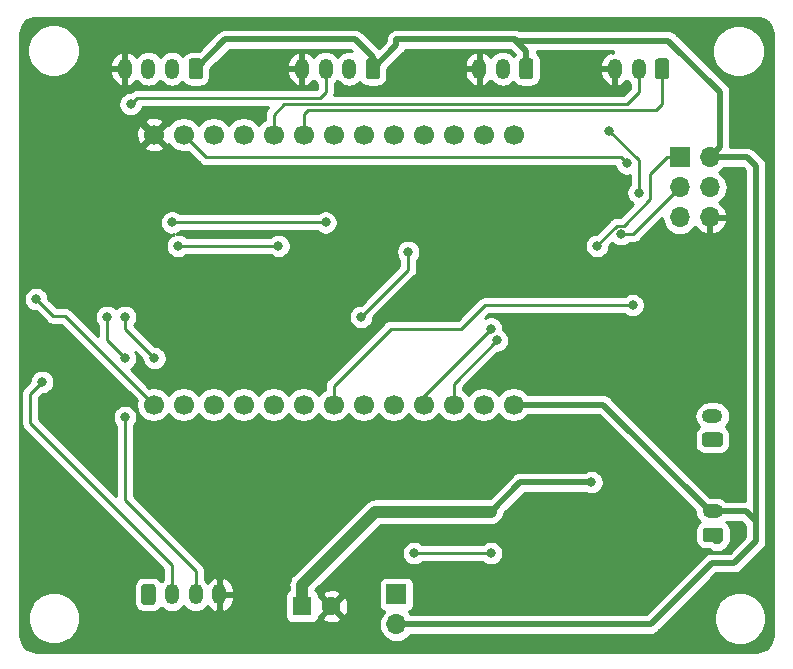
<source format=gbr>
G04 #@! TF.GenerationSoftware,KiCad,Pcbnew,5.1.4*
G04 #@! TF.CreationDate,2019-11-29T20:38:04+00:00*
G04 #@! TF.ProjectId,ESP32ControllerCircuit,45535033-3243-46f6-9e74-726f6c6c6572,rev?*
G04 #@! TF.SameCoordinates,Original*
G04 #@! TF.FileFunction,Copper,L2,Bot*
G04 #@! TF.FilePolarity,Positive*
%FSLAX46Y46*%
G04 Gerber Fmt 4.6, Leading zero omitted, Abs format (unit mm)*
G04 Created by KiCad (PCBNEW 5.1.4) date 2019-11-29 20:38:04*
%MOMM*%
%LPD*%
G04 APERTURE LIST*
%ADD10C,0.100000*%
%ADD11C,1.200000*%
%ADD12O,1.200000X1.750000*%
%ADD13C,1.700000*%
%ADD14R,1.600000X1.600000*%
%ADD15C,1.600000*%
%ADD16R,1.700000X1.700000*%
%ADD17O,1.700000X1.700000*%
%ADD18O,1.750000X1.200000*%
%ADD19C,0.800000*%
%ADD20C,0.500000*%
%ADD21C,0.250000*%
%ADD22C,1.000000*%
%ADD23C,0.254000*%
G04 APERTURE END LIST*
D10*
G36*
X84374505Y-125626204D02*
G01*
X84398773Y-125629804D01*
X84422572Y-125635765D01*
X84445671Y-125644030D01*
X84467850Y-125654520D01*
X84488893Y-125667132D01*
X84508599Y-125681747D01*
X84526777Y-125698223D01*
X84543253Y-125716401D01*
X84557868Y-125736107D01*
X84570480Y-125757150D01*
X84580970Y-125779329D01*
X84589235Y-125802428D01*
X84595196Y-125826227D01*
X84598796Y-125850495D01*
X84600000Y-125874999D01*
X84600000Y-127125001D01*
X84598796Y-127149505D01*
X84595196Y-127173773D01*
X84589235Y-127197572D01*
X84580970Y-127220671D01*
X84570480Y-127242850D01*
X84557868Y-127263893D01*
X84543253Y-127283599D01*
X84526777Y-127301777D01*
X84508599Y-127318253D01*
X84488893Y-127332868D01*
X84467850Y-127345480D01*
X84445671Y-127355970D01*
X84422572Y-127364235D01*
X84398773Y-127370196D01*
X84374505Y-127373796D01*
X84350001Y-127375000D01*
X83649999Y-127375000D01*
X83625495Y-127373796D01*
X83601227Y-127370196D01*
X83577428Y-127364235D01*
X83554329Y-127355970D01*
X83532150Y-127345480D01*
X83511107Y-127332868D01*
X83491401Y-127318253D01*
X83473223Y-127301777D01*
X83456747Y-127283599D01*
X83442132Y-127263893D01*
X83429520Y-127242850D01*
X83419030Y-127220671D01*
X83410765Y-127197572D01*
X83404804Y-127173773D01*
X83401204Y-127149505D01*
X83400000Y-127125001D01*
X83400000Y-125874999D01*
X83401204Y-125850495D01*
X83404804Y-125826227D01*
X83410765Y-125802428D01*
X83419030Y-125779329D01*
X83429520Y-125757150D01*
X83442132Y-125736107D01*
X83456747Y-125716401D01*
X83473223Y-125698223D01*
X83491401Y-125681747D01*
X83511107Y-125667132D01*
X83532150Y-125654520D01*
X83554329Y-125644030D01*
X83577428Y-125635765D01*
X83601227Y-125629804D01*
X83625495Y-125626204D01*
X83649999Y-125625000D01*
X84350001Y-125625000D01*
X84374505Y-125626204D01*
X84374505Y-125626204D01*
G37*
D11*
X84000000Y-126500000D03*
D12*
X86000000Y-126500000D03*
X88000000Y-126500000D03*
X90000000Y-126500000D03*
D13*
X114920000Y-110430000D03*
X112380000Y-110430000D03*
X109840000Y-110430000D03*
X107300000Y-110430000D03*
X104760000Y-110430000D03*
X102220000Y-110430000D03*
X99680000Y-110430000D03*
X97140000Y-110430000D03*
X94600000Y-110430000D03*
X92060000Y-110430000D03*
X89520000Y-110430000D03*
X86980000Y-110430000D03*
X84440000Y-110430000D03*
X114920000Y-87570000D03*
X112380000Y-87570000D03*
X109840000Y-87570000D03*
X107300000Y-87570000D03*
X104760000Y-87570000D03*
X102220000Y-87570000D03*
X99680000Y-87570000D03*
X97140000Y-87570000D03*
X94600000Y-87570000D03*
X92060000Y-87570000D03*
X89520000Y-87570000D03*
X86980000Y-87570000D03*
X84440000Y-87570000D03*
D14*
X97000000Y-127500000D03*
D15*
X99500000Y-127500000D03*
D12*
X82000000Y-82000000D03*
X84000000Y-82000000D03*
X86000000Y-82000000D03*
D10*
G36*
X88374505Y-81126204D02*
G01*
X88398773Y-81129804D01*
X88422572Y-81135765D01*
X88445671Y-81144030D01*
X88467850Y-81154520D01*
X88488893Y-81167132D01*
X88508599Y-81181747D01*
X88526777Y-81198223D01*
X88543253Y-81216401D01*
X88557868Y-81236107D01*
X88570480Y-81257150D01*
X88580970Y-81279329D01*
X88589235Y-81302428D01*
X88595196Y-81326227D01*
X88598796Y-81350495D01*
X88600000Y-81374999D01*
X88600000Y-82625001D01*
X88598796Y-82649505D01*
X88595196Y-82673773D01*
X88589235Y-82697572D01*
X88580970Y-82720671D01*
X88570480Y-82742850D01*
X88557868Y-82763893D01*
X88543253Y-82783599D01*
X88526777Y-82801777D01*
X88508599Y-82818253D01*
X88488893Y-82832868D01*
X88467850Y-82845480D01*
X88445671Y-82855970D01*
X88422572Y-82864235D01*
X88398773Y-82870196D01*
X88374505Y-82873796D01*
X88350001Y-82875000D01*
X87649999Y-82875000D01*
X87625495Y-82873796D01*
X87601227Y-82870196D01*
X87577428Y-82864235D01*
X87554329Y-82855970D01*
X87532150Y-82845480D01*
X87511107Y-82832868D01*
X87491401Y-82818253D01*
X87473223Y-82801777D01*
X87456747Y-82783599D01*
X87442132Y-82763893D01*
X87429520Y-82742850D01*
X87419030Y-82720671D01*
X87410765Y-82697572D01*
X87404804Y-82673773D01*
X87401204Y-82649505D01*
X87400000Y-82625001D01*
X87400000Y-81374999D01*
X87401204Y-81350495D01*
X87404804Y-81326227D01*
X87410765Y-81302428D01*
X87419030Y-81279329D01*
X87429520Y-81257150D01*
X87442132Y-81236107D01*
X87456747Y-81216401D01*
X87473223Y-81198223D01*
X87491401Y-81181747D01*
X87511107Y-81167132D01*
X87532150Y-81154520D01*
X87554329Y-81144030D01*
X87577428Y-81135765D01*
X87601227Y-81129804D01*
X87625495Y-81126204D01*
X87649999Y-81125000D01*
X88350001Y-81125000D01*
X88374505Y-81126204D01*
X88374505Y-81126204D01*
G37*
D11*
X88000000Y-82000000D03*
D10*
G36*
X103374505Y-81126204D02*
G01*
X103398773Y-81129804D01*
X103422572Y-81135765D01*
X103445671Y-81144030D01*
X103467850Y-81154520D01*
X103488893Y-81167132D01*
X103508599Y-81181747D01*
X103526777Y-81198223D01*
X103543253Y-81216401D01*
X103557868Y-81236107D01*
X103570480Y-81257150D01*
X103580970Y-81279329D01*
X103589235Y-81302428D01*
X103595196Y-81326227D01*
X103598796Y-81350495D01*
X103600000Y-81374999D01*
X103600000Y-82625001D01*
X103598796Y-82649505D01*
X103595196Y-82673773D01*
X103589235Y-82697572D01*
X103580970Y-82720671D01*
X103570480Y-82742850D01*
X103557868Y-82763893D01*
X103543253Y-82783599D01*
X103526777Y-82801777D01*
X103508599Y-82818253D01*
X103488893Y-82832868D01*
X103467850Y-82845480D01*
X103445671Y-82855970D01*
X103422572Y-82864235D01*
X103398773Y-82870196D01*
X103374505Y-82873796D01*
X103350001Y-82875000D01*
X102649999Y-82875000D01*
X102625495Y-82873796D01*
X102601227Y-82870196D01*
X102577428Y-82864235D01*
X102554329Y-82855970D01*
X102532150Y-82845480D01*
X102511107Y-82832868D01*
X102491401Y-82818253D01*
X102473223Y-82801777D01*
X102456747Y-82783599D01*
X102442132Y-82763893D01*
X102429520Y-82742850D01*
X102419030Y-82720671D01*
X102410765Y-82697572D01*
X102404804Y-82673773D01*
X102401204Y-82649505D01*
X102400000Y-82625001D01*
X102400000Y-81374999D01*
X102401204Y-81350495D01*
X102404804Y-81326227D01*
X102410765Y-81302428D01*
X102419030Y-81279329D01*
X102429520Y-81257150D01*
X102442132Y-81236107D01*
X102456747Y-81216401D01*
X102473223Y-81198223D01*
X102491401Y-81181747D01*
X102511107Y-81167132D01*
X102532150Y-81154520D01*
X102554329Y-81144030D01*
X102577428Y-81135765D01*
X102601227Y-81129804D01*
X102625495Y-81126204D01*
X102649999Y-81125000D01*
X103350001Y-81125000D01*
X103374505Y-81126204D01*
X103374505Y-81126204D01*
G37*
D11*
X103000000Y-82000000D03*
D12*
X101000000Y-82000000D03*
X99000000Y-82000000D03*
X97000000Y-82000000D03*
X112000000Y-82000000D03*
X114000000Y-82000000D03*
D10*
G36*
X116374505Y-81126204D02*
G01*
X116398773Y-81129804D01*
X116422572Y-81135765D01*
X116445671Y-81144030D01*
X116467850Y-81154520D01*
X116488893Y-81167132D01*
X116508599Y-81181747D01*
X116526777Y-81198223D01*
X116543253Y-81216401D01*
X116557868Y-81236107D01*
X116570480Y-81257150D01*
X116580970Y-81279329D01*
X116589235Y-81302428D01*
X116595196Y-81326227D01*
X116598796Y-81350495D01*
X116600000Y-81374999D01*
X116600000Y-82625001D01*
X116598796Y-82649505D01*
X116595196Y-82673773D01*
X116589235Y-82697572D01*
X116580970Y-82720671D01*
X116570480Y-82742850D01*
X116557868Y-82763893D01*
X116543253Y-82783599D01*
X116526777Y-82801777D01*
X116508599Y-82818253D01*
X116488893Y-82832868D01*
X116467850Y-82845480D01*
X116445671Y-82855970D01*
X116422572Y-82864235D01*
X116398773Y-82870196D01*
X116374505Y-82873796D01*
X116350001Y-82875000D01*
X115649999Y-82875000D01*
X115625495Y-82873796D01*
X115601227Y-82870196D01*
X115577428Y-82864235D01*
X115554329Y-82855970D01*
X115532150Y-82845480D01*
X115511107Y-82832868D01*
X115491401Y-82818253D01*
X115473223Y-82801777D01*
X115456747Y-82783599D01*
X115442132Y-82763893D01*
X115429520Y-82742850D01*
X115419030Y-82720671D01*
X115410765Y-82697572D01*
X115404804Y-82673773D01*
X115401204Y-82649505D01*
X115400000Y-82625001D01*
X115400000Y-81374999D01*
X115401204Y-81350495D01*
X115404804Y-81326227D01*
X115410765Y-81302428D01*
X115419030Y-81279329D01*
X115429520Y-81257150D01*
X115442132Y-81236107D01*
X115456747Y-81216401D01*
X115473223Y-81198223D01*
X115491401Y-81181747D01*
X115511107Y-81167132D01*
X115532150Y-81154520D01*
X115554329Y-81144030D01*
X115577428Y-81135765D01*
X115601227Y-81129804D01*
X115625495Y-81126204D01*
X115649999Y-81125000D01*
X116350001Y-81125000D01*
X116374505Y-81126204D01*
X116374505Y-81126204D01*
G37*
D11*
X116000000Y-82000000D03*
D10*
G36*
X127874505Y-81126204D02*
G01*
X127898773Y-81129804D01*
X127922572Y-81135765D01*
X127945671Y-81144030D01*
X127967850Y-81154520D01*
X127988893Y-81167132D01*
X128008599Y-81181747D01*
X128026777Y-81198223D01*
X128043253Y-81216401D01*
X128057868Y-81236107D01*
X128070480Y-81257150D01*
X128080970Y-81279329D01*
X128089235Y-81302428D01*
X128095196Y-81326227D01*
X128098796Y-81350495D01*
X128100000Y-81374999D01*
X128100000Y-82625001D01*
X128098796Y-82649505D01*
X128095196Y-82673773D01*
X128089235Y-82697572D01*
X128080970Y-82720671D01*
X128070480Y-82742850D01*
X128057868Y-82763893D01*
X128043253Y-82783599D01*
X128026777Y-82801777D01*
X128008599Y-82818253D01*
X127988893Y-82832868D01*
X127967850Y-82845480D01*
X127945671Y-82855970D01*
X127922572Y-82864235D01*
X127898773Y-82870196D01*
X127874505Y-82873796D01*
X127850001Y-82875000D01*
X127149999Y-82875000D01*
X127125495Y-82873796D01*
X127101227Y-82870196D01*
X127077428Y-82864235D01*
X127054329Y-82855970D01*
X127032150Y-82845480D01*
X127011107Y-82832868D01*
X126991401Y-82818253D01*
X126973223Y-82801777D01*
X126956747Y-82783599D01*
X126942132Y-82763893D01*
X126929520Y-82742850D01*
X126919030Y-82720671D01*
X126910765Y-82697572D01*
X126904804Y-82673773D01*
X126901204Y-82649505D01*
X126900000Y-82625001D01*
X126900000Y-81374999D01*
X126901204Y-81350495D01*
X126904804Y-81326227D01*
X126910765Y-81302428D01*
X126919030Y-81279329D01*
X126929520Y-81257150D01*
X126942132Y-81236107D01*
X126956747Y-81216401D01*
X126973223Y-81198223D01*
X126991401Y-81181747D01*
X127011107Y-81167132D01*
X127032150Y-81154520D01*
X127054329Y-81144030D01*
X127077428Y-81135765D01*
X127101227Y-81129804D01*
X127125495Y-81126204D01*
X127149999Y-81125000D01*
X127850001Y-81125000D01*
X127874505Y-81126204D01*
X127874505Y-81126204D01*
G37*
D11*
X127500000Y-82000000D03*
D12*
X125500000Y-82000000D03*
X123500000Y-82000000D03*
D16*
X105000000Y-126500000D03*
D17*
X105000000Y-129040000D03*
D18*
X131790000Y-119450000D03*
D10*
G36*
X132439505Y-120851204D02*
G01*
X132463773Y-120854804D01*
X132487572Y-120860765D01*
X132510671Y-120869030D01*
X132532850Y-120879520D01*
X132553893Y-120892132D01*
X132573599Y-120906747D01*
X132591777Y-120923223D01*
X132608253Y-120941401D01*
X132622868Y-120961107D01*
X132635480Y-120982150D01*
X132645970Y-121004329D01*
X132654235Y-121027428D01*
X132660196Y-121051227D01*
X132663796Y-121075495D01*
X132665000Y-121099999D01*
X132665000Y-121800001D01*
X132663796Y-121824505D01*
X132660196Y-121848773D01*
X132654235Y-121872572D01*
X132645970Y-121895671D01*
X132635480Y-121917850D01*
X132622868Y-121938893D01*
X132608253Y-121958599D01*
X132591777Y-121976777D01*
X132573599Y-121993253D01*
X132553893Y-122007868D01*
X132532850Y-122020480D01*
X132510671Y-122030970D01*
X132487572Y-122039235D01*
X132463773Y-122045196D01*
X132439505Y-122048796D01*
X132415001Y-122050000D01*
X131164999Y-122050000D01*
X131140495Y-122048796D01*
X131116227Y-122045196D01*
X131092428Y-122039235D01*
X131069329Y-122030970D01*
X131047150Y-122020480D01*
X131026107Y-122007868D01*
X131006401Y-121993253D01*
X130988223Y-121976777D01*
X130971747Y-121958599D01*
X130957132Y-121938893D01*
X130944520Y-121917850D01*
X130934030Y-121895671D01*
X130925765Y-121872572D01*
X130919804Y-121848773D01*
X130916204Y-121824505D01*
X130915000Y-121800001D01*
X130915000Y-121099999D01*
X130916204Y-121075495D01*
X130919804Y-121051227D01*
X130925765Y-121027428D01*
X130934030Y-121004329D01*
X130944520Y-120982150D01*
X130957132Y-120961107D01*
X130971747Y-120941401D01*
X130988223Y-120923223D01*
X131006401Y-120906747D01*
X131026107Y-120892132D01*
X131047150Y-120879520D01*
X131069329Y-120869030D01*
X131092428Y-120860765D01*
X131116227Y-120854804D01*
X131140495Y-120851204D01*
X131164999Y-120850000D01*
X132415001Y-120850000D01*
X132439505Y-120851204D01*
X132439505Y-120851204D01*
G37*
D11*
X131790000Y-121450000D03*
D10*
G36*
X132399505Y-112791204D02*
G01*
X132423773Y-112794804D01*
X132447572Y-112800765D01*
X132470671Y-112809030D01*
X132492850Y-112819520D01*
X132513893Y-112832132D01*
X132533599Y-112846747D01*
X132551777Y-112863223D01*
X132568253Y-112881401D01*
X132582868Y-112901107D01*
X132595480Y-112922150D01*
X132605970Y-112944329D01*
X132614235Y-112967428D01*
X132620196Y-112991227D01*
X132623796Y-113015495D01*
X132625000Y-113039999D01*
X132625000Y-113740001D01*
X132623796Y-113764505D01*
X132620196Y-113788773D01*
X132614235Y-113812572D01*
X132605970Y-113835671D01*
X132595480Y-113857850D01*
X132582868Y-113878893D01*
X132568253Y-113898599D01*
X132551777Y-113916777D01*
X132533599Y-113933253D01*
X132513893Y-113947868D01*
X132492850Y-113960480D01*
X132470671Y-113970970D01*
X132447572Y-113979235D01*
X132423773Y-113985196D01*
X132399505Y-113988796D01*
X132375001Y-113990000D01*
X131124999Y-113990000D01*
X131100495Y-113988796D01*
X131076227Y-113985196D01*
X131052428Y-113979235D01*
X131029329Y-113970970D01*
X131007150Y-113960480D01*
X130986107Y-113947868D01*
X130966401Y-113933253D01*
X130948223Y-113916777D01*
X130931747Y-113898599D01*
X130917132Y-113878893D01*
X130904520Y-113857850D01*
X130894030Y-113835671D01*
X130885765Y-113812572D01*
X130879804Y-113788773D01*
X130876204Y-113764505D01*
X130875000Y-113740001D01*
X130875000Y-113039999D01*
X130876204Y-113015495D01*
X130879804Y-112991227D01*
X130885765Y-112967428D01*
X130894030Y-112944329D01*
X130904520Y-112922150D01*
X130917132Y-112901107D01*
X130931747Y-112881401D01*
X130948223Y-112863223D01*
X130966401Y-112846747D01*
X130986107Y-112832132D01*
X131007150Y-112819520D01*
X131029329Y-112809030D01*
X131052428Y-112800765D01*
X131076227Y-112794804D01*
X131100495Y-112791204D01*
X131124999Y-112790000D01*
X132375001Y-112790000D01*
X132399505Y-112791204D01*
X132399505Y-112791204D01*
G37*
D11*
X131750000Y-113390000D03*
D18*
X131750000Y-111390000D03*
D16*
X129000000Y-89500000D03*
D17*
X131540000Y-89500000D03*
X129000000Y-92040000D03*
X131540000Y-92040000D03*
X129000000Y-94580000D03*
X131540000Y-94580000D03*
D19*
X90000000Y-117000000D03*
X121500000Y-123500000D03*
X113000000Y-121500000D03*
X126000000Y-117000000D03*
X76500000Y-100000000D03*
X92500000Y-98500000D03*
X83000000Y-99500000D03*
X130000000Y-107500000D03*
X126500000Y-105000000D03*
X118500000Y-109000000D03*
X106490000Y-102410000D03*
X99000000Y-95000000D03*
X86000000Y-95000000D03*
X75000000Y-108500000D03*
X86500000Y-97000000D03*
X95000000Y-97000000D03*
X121500000Y-117000000D03*
X113000000Y-119500000D03*
X80500000Y-103000000D03*
X82000000Y-106500000D03*
X82000000Y-111500000D03*
X84500000Y-106500000D03*
X82000000Y-103000000D03*
X82500000Y-85000000D03*
X74500000Y-101500000D03*
X106000000Y-97500000D03*
X102000000Y-103000000D03*
X106500000Y-123000000D03*
X113000000Y-123000000D03*
X124500000Y-90000000D03*
X125000000Y-102000000D03*
X122000000Y-97000000D03*
X113500000Y-105000000D03*
X124000000Y-96000000D03*
X113000000Y-104000000D03*
X123030070Y-87229426D03*
X125500000Y-92500000D03*
D20*
X121500000Y-123500000D02*
X119500000Y-121500000D01*
X119500000Y-121500000D02*
X113000000Y-121500000D01*
D21*
X99000000Y-95000000D02*
X86000000Y-95000000D01*
D20*
X116000000Y-82000000D02*
X116000000Y-80500000D01*
X105000000Y-80000000D02*
X103000000Y-82000000D01*
X105000000Y-79500000D02*
X105000000Y-80000000D01*
X103000000Y-81025000D02*
X101475000Y-79500000D01*
X103000000Y-82000000D02*
X103000000Y-81025000D01*
X90500000Y-79500000D02*
X88000000Y-82000000D01*
X114500000Y-79500000D02*
X105000000Y-79500000D01*
X115000000Y-79500000D02*
X114500000Y-79500000D01*
X132275000Y-122000000D02*
X132000000Y-122000000D01*
X101475000Y-79500000D02*
X91000000Y-79500000D01*
X91000000Y-79500000D02*
X90500000Y-79500000D01*
X121530000Y-110430000D02*
X114920000Y-110430000D01*
X131515000Y-119450000D02*
X122495000Y-110430000D01*
X122495000Y-110430000D02*
X121530000Y-110430000D01*
X131790000Y-119450000D02*
X131515000Y-119450000D01*
X134570000Y-119450000D02*
X131790000Y-119450000D01*
X135430000Y-120310000D02*
X134570000Y-119450000D01*
X126510000Y-129040000D02*
X131710000Y-123840000D01*
X105000000Y-129040000D02*
X126510000Y-129040000D01*
X131710000Y-123840000D02*
X133610000Y-123840000D01*
X133610000Y-123840000D02*
X135430000Y-122020000D01*
X135430000Y-122020000D02*
X135430000Y-120310000D01*
X134700000Y-89500000D02*
X131540000Y-89500000D01*
X135430000Y-120310000D02*
X135430000Y-90230000D01*
X135430000Y-90230000D02*
X134700000Y-89500000D01*
X132389999Y-88650001D02*
X132389999Y-83979999D01*
X131540000Y-89500000D02*
X132389999Y-88650001D01*
X128030000Y-79620000D02*
X115120000Y-79620000D01*
X132389999Y-83979999D02*
X128030000Y-79620000D01*
X116000000Y-80500000D02*
X115120000Y-79620000D01*
X115120000Y-79620000D02*
X115000000Y-79500000D01*
D21*
X75000000Y-108500000D02*
X74000000Y-109500000D01*
X74000000Y-109500000D02*
X74000000Y-112000000D01*
X74000000Y-112000000D02*
X86000000Y-124000000D01*
X86000000Y-124000000D02*
X86000000Y-126500000D01*
X86500000Y-97000000D02*
X95000000Y-97000000D01*
D22*
X105279998Y-119500000D02*
X113000000Y-119500000D01*
X103200000Y-119500000D02*
X105279998Y-119500000D01*
X97000000Y-127500000D02*
X97000000Y-125700000D01*
X97000000Y-125700000D02*
X103200000Y-119500000D01*
D20*
X115500000Y-117000000D02*
X121500000Y-117000000D01*
X113000000Y-119500000D02*
X115500000Y-117000000D01*
D21*
X88000000Y-126225000D02*
X88000000Y-126500000D01*
X80500000Y-103000000D02*
X80500000Y-105000000D01*
X80500000Y-105000000D02*
X82000000Y-106500000D01*
X82000000Y-111500000D02*
X82000000Y-118500000D01*
X88000000Y-124500000D02*
X88000000Y-126500000D01*
X82000000Y-118500000D02*
X88000000Y-124500000D01*
X84500000Y-106500000D02*
X82000000Y-104000000D01*
X82000000Y-104000000D02*
X82000000Y-103000000D01*
X99000000Y-84000000D02*
X99000000Y-82000000D01*
X98500000Y-84500000D02*
X99000000Y-84000000D01*
X82500000Y-85000000D02*
X83000000Y-84500000D01*
X83000000Y-84500000D02*
X98500000Y-84500000D01*
X97140000Y-87570000D02*
X97140000Y-85860000D01*
X97140000Y-85860000D02*
X97500000Y-85500000D01*
X127000000Y-85500000D02*
X127500000Y-85000000D01*
X97500000Y-85500000D02*
X127000000Y-85500000D01*
X127500000Y-85000000D02*
X127500000Y-82000000D01*
X124500000Y-85000000D02*
X125500000Y-84000000D01*
X95500000Y-85000000D02*
X124500000Y-85000000D01*
X94600000Y-87570000D02*
X94600000Y-85900000D01*
X125500000Y-84000000D02*
X125500000Y-82000000D01*
X94600000Y-85900000D02*
X95500000Y-85000000D01*
X75940000Y-102940000D02*
X74500000Y-101500000D01*
X76950000Y-102940000D02*
X84440000Y-110430000D01*
X75940000Y-102940000D02*
X76950000Y-102940000D01*
X106000000Y-97500000D02*
X106000000Y-99000000D01*
X106000000Y-99000000D02*
X102000000Y-103000000D01*
X106500000Y-123000000D02*
X113000000Y-123000000D01*
X86980000Y-87570000D02*
X88910000Y-89500000D01*
X124000000Y-89500000D02*
X124500000Y-90000000D01*
X88910000Y-89500000D02*
X124000000Y-89500000D01*
X99680000Y-108820000D02*
X99680000Y-110430000D01*
X104500000Y-104000000D02*
X99680000Y-108820000D01*
X110500000Y-104000000D02*
X104500000Y-104000000D01*
X125000000Y-102000000D02*
X112500000Y-102000000D01*
X112500000Y-102000000D02*
X110500000Y-104000000D01*
X127900000Y-89500000D02*
X126500000Y-90900000D01*
X129000000Y-89500000D02*
X127900000Y-89500000D01*
X126500000Y-90900000D02*
X126500000Y-93000000D01*
X122000000Y-96926998D02*
X122000000Y-97000000D01*
X123651999Y-95274999D02*
X122000000Y-96926998D01*
X126500000Y-93000000D02*
X124225001Y-95274999D01*
X124225001Y-95274999D02*
X123651999Y-95274999D01*
X109840000Y-108660000D02*
X109840000Y-110430000D01*
X113500000Y-105000000D02*
X109840000Y-108660000D01*
X129000000Y-92040000D02*
X125040000Y-96000000D01*
X125040000Y-96000000D02*
X124000000Y-96000000D01*
X107300000Y-109700000D02*
X107300000Y-110430000D01*
X113000000Y-104000000D02*
X107300000Y-109700000D01*
X123030070Y-87229426D02*
X125500000Y-89699356D01*
X125500000Y-89699356D02*
X125500000Y-92500000D01*
D23*
G36*
X135759659Y-77688625D02*
G01*
X136009429Y-77764035D01*
X136239792Y-77886522D01*
X136441980Y-78051422D01*
X136608286Y-78252450D01*
X136732378Y-78481954D01*
X136809531Y-78731195D01*
X136840000Y-79021088D01*
X136840001Y-129967711D01*
X136811375Y-130259660D01*
X136735965Y-130509429D01*
X136613477Y-130739794D01*
X136448579Y-130941979D01*
X136247546Y-131108288D01*
X136018046Y-131232378D01*
X135768805Y-131309531D01*
X135478911Y-131340000D01*
X74532279Y-131340000D01*
X74240340Y-131311375D01*
X73990571Y-131235965D01*
X73760206Y-131113477D01*
X73558021Y-130948579D01*
X73391712Y-130747546D01*
X73267622Y-130518046D01*
X73190469Y-130268805D01*
X73160000Y-129978911D01*
X73160000Y-128279872D01*
X73765000Y-128279872D01*
X73765000Y-128720128D01*
X73850890Y-129151925D01*
X74019369Y-129558669D01*
X74263962Y-129924729D01*
X74575271Y-130236038D01*
X74941331Y-130480631D01*
X75348075Y-130649110D01*
X75779872Y-130735000D01*
X76220128Y-130735000D01*
X76651925Y-130649110D01*
X77058669Y-130480631D01*
X77424729Y-130236038D01*
X77736038Y-129924729D01*
X77980631Y-129558669D01*
X78149110Y-129151925D01*
X78235000Y-128720128D01*
X78235000Y-128279872D01*
X78149110Y-127848075D01*
X77980631Y-127441331D01*
X77736038Y-127075271D01*
X77424729Y-126763962D01*
X77058669Y-126519369D01*
X76651925Y-126350890D01*
X76220128Y-126265000D01*
X75779872Y-126265000D01*
X75348075Y-126350890D01*
X74941331Y-126519369D01*
X74575271Y-126763962D01*
X74263962Y-127075271D01*
X74019369Y-127441331D01*
X73850890Y-127848075D01*
X73765000Y-128279872D01*
X73160000Y-128279872D01*
X73160000Y-109500000D01*
X73236324Y-109500000D01*
X73240000Y-109537323D01*
X73240001Y-111962668D01*
X73236324Y-112000000D01*
X73240001Y-112037333D01*
X73250998Y-112148986D01*
X73257067Y-112168992D01*
X73294454Y-112292246D01*
X73365026Y-112424276D01*
X73423254Y-112495226D01*
X73460000Y-112540001D01*
X73488998Y-112563799D01*
X85240000Y-124314802D01*
X85240001Y-125251066D01*
X85122498Y-125347498D01*
X85090809Y-125386111D01*
X85088405Y-125381613D01*
X84977962Y-125247038D01*
X84843387Y-125136595D01*
X84689851Y-125054528D01*
X84523255Y-125003992D01*
X84350001Y-124986928D01*
X83649999Y-124986928D01*
X83476745Y-125003992D01*
X83310149Y-125054528D01*
X83156613Y-125136595D01*
X83022038Y-125247038D01*
X82911595Y-125381613D01*
X82829528Y-125535149D01*
X82778992Y-125701745D01*
X82761928Y-125874999D01*
X82761928Y-127125001D01*
X82778992Y-127298255D01*
X82829528Y-127464851D01*
X82911595Y-127618387D01*
X83022038Y-127752962D01*
X83156613Y-127863405D01*
X83310149Y-127945472D01*
X83476745Y-127996008D01*
X83649999Y-128013072D01*
X84350001Y-128013072D01*
X84523255Y-127996008D01*
X84689851Y-127945472D01*
X84843387Y-127863405D01*
X84977962Y-127752962D01*
X85088405Y-127618387D01*
X85090810Y-127613888D01*
X85122499Y-127652502D01*
X85310552Y-127806833D01*
X85525100Y-127921511D01*
X85757899Y-127992130D01*
X86000000Y-128015975D01*
X86242102Y-127992130D01*
X86474901Y-127921511D01*
X86689449Y-127806833D01*
X86877502Y-127652502D01*
X87000001Y-127503237D01*
X87122499Y-127652502D01*
X87310552Y-127806833D01*
X87525100Y-127921511D01*
X87757899Y-127992130D01*
X88000000Y-128015975D01*
X88242102Y-127992130D01*
X88474901Y-127921511D01*
X88689449Y-127806833D01*
X88877502Y-127652502D01*
X89000481Y-127502652D01*
X89043693Y-127566725D01*
X89216526Y-127738078D01*
X89419467Y-127872421D01*
X89644718Y-127964591D01*
X89682391Y-127968462D01*
X89873000Y-127843731D01*
X89873000Y-126627000D01*
X90127000Y-126627000D01*
X90127000Y-127843731D01*
X90317609Y-127968462D01*
X90355282Y-127964591D01*
X90580533Y-127872421D01*
X90783474Y-127738078D01*
X90956307Y-127566725D01*
X91092390Y-127364946D01*
X91186493Y-127140496D01*
X91235000Y-126902000D01*
X91235000Y-126700000D01*
X95561928Y-126700000D01*
X95561928Y-128300000D01*
X95574188Y-128424482D01*
X95610498Y-128544180D01*
X95669463Y-128654494D01*
X95748815Y-128751185D01*
X95845506Y-128830537D01*
X95955820Y-128889502D01*
X96075518Y-128925812D01*
X96200000Y-128938072D01*
X97800000Y-128938072D01*
X97924482Y-128925812D01*
X98044180Y-128889502D01*
X98154494Y-128830537D01*
X98251185Y-128751185D01*
X98330537Y-128654494D01*
X98389502Y-128544180D01*
X98405117Y-128492702D01*
X98686903Y-128492702D01*
X98758486Y-128736671D01*
X99013996Y-128857571D01*
X99288184Y-128926300D01*
X99570512Y-128940217D01*
X99850130Y-128898787D01*
X100116292Y-128803603D01*
X100241514Y-128736671D01*
X100313097Y-128492702D01*
X99500000Y-127679605D01*
X98686903Y-128492702D01*
X98405117Y-128492702D01*
X98425812Y-128424482D01*
X98438072Y-128300000D01*
X98438072Y-128292785D01*
X98507298Y-128313097D01*
X99320395Y-127500000D01*
X99679605Y-127500000D01*
X100492702Y-128313097D01*
X100736671Y-128241514D01*
X100857571Y-127986004D01*
X100926300Y-127711816D01*
X100940217Y-127429488D01*
X100898787Y-127149870D01*
X100803603Y-126883708D01*
X100736671Y-126758486D01*
X100492702Y-126686903D01*
X99679605Y-127500000D01*
X99320395Y-127500000D01*
X98507298Y-126686903D01*
X98438072Y-126707215D01*
X98438072Y-126700000D01*
X98425812Y-126575518D01*
X98405118Y-126507298D01*
X98686903Y-126507298D01*
X99500000Y-127320395D01*
X100313097Y-126507298D01*
X100241514Y-126263329D01*
X99986004Y-126142429D01*
X99711816Y-126073700D01*
X99429488Y-126059783D01*
X99149870Y-126101213D01*
X98883708Y-126196397D01*
X98758486Y-126263329D01*
X98686903Y-126507298D01*
X98405118Y-126507298D01*
X98389502Y-126455820D01*
X98330537Y-126345506D01*
X98251185Y-126248815D01*
X98154494Y-126169463D01*
X98142226Y-126162905D01*
X101407070Y-122898061D01*
X105465000Y-122898061D01*
X105465000Y-123101939D01*
X105504774Y-123301898D01*
X105582795Y-123490256D01*
X105696063Y-123659774D01*
X105840226Y-123803937D01*
X106009744Y-123917205D01*
X106198102Y-123995226D01*
X106398061Y-124035000D01*
X106601939Y-124035000D01*
X106801898Y-123995226D01*
X106990256Y-123917205D01*
X107159774Y-123803937D01*
X107203711Y-123760000D01*
X112296289Y-123760000D01*
X112340226Y-123803937D01*
X112509744Y-123917205D01*
X112698102Y-123995226D01*
X112898061Y-124035000D01*
X113101939Y-124035000D01*
X113301898Y-123995226D01*
X113490256Y-123917205D01*
X113659774Y-123803937D01*
X113803937Y-123659774D01*
X113917205Y-123490256D01*
X113995226Y-123301898D01*
X114035000Y-123101939D01*
X114035000Y-122898061D01*
X113995226Y-122698102D01*
X113917205Y-122509744D01*
X113803937Y-122340226D01*
X113659774Y-122196063D01*
X113490256Y-122082795D01*
X113301898Y-122004774D01*
X113101939Y-121965000D01*
X112898061Y-121965000D01*
X112698102Y-122004774D01*
X112509744Y-122082795D01*
X112340226Y-122196063D01*
X112296289Y-122240000D01*
X107203711Y-122240000D01*
X107159774Y-122196063D01*
X106990256Y-122082795D01*
X106801898Y-122004774D01*
X106601939Y-121965000D01*
X106398061Y-121965000D01*
X106198102Y-122004774D01*
X106009744Y-122082795D01*
X105840226Y-122196063D01*
X105696063Y-122340226D01*
X105582795Y-122509744D01*
X105504774Y-122698102D01*
X105465000Y-122898061D01*
X101407070Y-122898061D01*
X103670132Y-120635000D01*
X113055752Y-120635000D01*
X113222499Y-120618577D01*
X113436447Y-120553676D01*
X113633623Y-120448284D01*
X113806449Y-120306449D01*
X113948284Y-120133623D01*
X114053676Y-119936447D01*
X114118577Y-119722499D01*
X114128355Y-119623224D01*
X115866579Y-117885000D01*
X120961546Y-117885000D01*
X121009744Y-117917205D01*
X121198102Y-117995226D01*
X121398061Y-118035000D01*
X121601939Y-118035000D01*
X121801898Y-117995226D01*
X121990256Y-117917205D01*
X122159774Y-117803937D01*
X122303937Y-117659774D01*
X122417205Y-117490256D01*
X122495226Y-117301898D01*
X122535000Y-117101939D01*
X122535000Y-116898061D01*
X122495226Y-116698102D01*
X122417205Y-116509744D01*
X122303937Y-116340226D01*
X122159774Y-116196063D01*
X121990256Y-116082795D01*
X121801898Y-116004774D01*
X121601939Y-115965000D01*
X121398061Y-115965000D01*
X121198102Y-116004774D01*
X121009744Y-116082795D01*
X120961546Y-116115000D01*
X115543469Y-116115000D01*
X115500000Y-116110719D01*
X115456531Y-116115000D01*
X115456523Y-116115000D01*
X115326510Y-116127805D01*
X115159687Y-116178411D01*
X115005941Y-116260589D01*
X114904953Y-116343468D01*
X114904951Y-116343470D01*
X114871183Y-116371183D01*
X114843470Y-116404951D01*
X112883422Y-118365000D01*
X103255751Y-118365000D01*
X103199999Y-118359509D01*
X103144248Y-118365000D01*
X102977501Y-118381423D01*
X102763553Y-118446324D01*
X102566377Y-118551716D01*
X102393551Y-118693551D01*
X102358009Y-118736859D01*
X96236860Y-124858009D01*
X96193552Y-124893551D01*
X96051717Y-125066377D01*
X96023342Y-125119463D01*
X95946324Y-125263554D01*
X95881423Y-125477502D01*
X95859509Y-125700000D01*
X95865000Y-125755751D01*
X95865000Y-126159043D01*
X95845506Y-126169463D01*
X95748815Y-126248815D01*
X95669463Y-126345506D01*
X95610498Y-126455820D01*
X95574188Y-126575518D01*
X95561928Y-126700000D01*
X91235000Y-126700000D01*
X91235000Y-126627000D01*
X90127000Y-126627000D01*
X89873000Y-126627000D01*
X89853000Y-126627000D01*
X89853000Y-126373000D01*
X89873000Y-126373000D01*
X89873000Y-125156269D01*
X90127000Y-125156269D01*
X90127000Y-126373000D01*
X91235000Y-126373000D01*
X91235000Y-126098000D01*
X91186493Y-125859504D01*
X91092390Y-125635054D01*
X90956307Y-125433275D01*
X90783474Y-125261922D01*
X90580533Y-125127579D01*
X90355282Y-125035409D01*
X90317609Y-125031538D01*
X90127000Y-125156269D01*
X89873000Y-125156269D01*
X89682391Y-125031538D01*
X89644718Y-125035409D01*
X89419467Y-125127579D01*
X89216526Y-125261922D01*
X89043693Y-125433275D01*
X89000481Y-125497348D01*
X88877502Y-125347498D01*
X88760000Y-125251067D01*
X88760000Y-124537322D01*
X88763676Y-124499999D01*
X88760000Y-124462676D01*
X88760000Y-124462667D01*
X88749003Y-124351014D01*
X88705546Y-124207753D01*
X88634974Y-124075724D01*
X88583900Y-124013490D01*
X88563799Y-123988996D01*
X88563795Y-123988992D01*
X88540001Y-123959999D01*
X88511009Y-123936206D01*
X82760000Y-118185199D01*
X82760000Y-112203711D01*
X82803937Y-112159774D01*
X82917205Y-111990256D01*
X82995226Y-111801898D01*
X83035000Y-111601939D01*
X83035000Y-111398061D01*
X82995226Y-111198102D01*
X82917205Y-111009744D01*
X82803937Y-110840226D01*
X82659774Y-110696063D01*
X82490256Y-110582795D01*
X82301898Y-110504774D01*
X82101939Y-110465000D01*
X81898061Y-110465000D01*
X81698102Y-110504774D01*
X81509744Y-110582795D01*
X81340226Y-110696063D01*
X81196063Y-110840226D01*
X81082795Y-111009744D01*
X81004774Y-111198102D01*
X80965000Y-111398061D01*
X80965000Y-111601939D01*
X81004774Y-111801898D01*
X81082795Y-111990256D01*
X81196063Y-112159774D01*
X81240000Y-112203711D01*
X81240001Y-118165199D01*
X74760000Y-111685199D01*
X74760000Y-109814801D01*
X75039802Y-109535000D01*
X75101939Y-109535000D01*
X75301898Y-109495226D01*
X75490256Y-109417205D01*
X75659774Y-109303937D01*
X75803937Y-109159774D01*
X75917205Y-108990256D01*
X75995226Y-108801898D01*
X76035000Y-108601939D01*
X76035000Y-108398061D01*
X75995226Y-108198102D01*
X75917205Y-108009744D01*
X75803937Y-107840226D01*
X75659774Y-107696063D01*
X75490256Y-107582795D01*
X75301898Y-107504774D01*
X75101939Y-107465000D01*
X74898061Y-107465000D01*
X74698102Y-107504774D01*
X74509744Y-107582795D01*
X74340226Y-107696063D01*
X74196063Y-107840226D01*
X74082795Y-108009744D01*
X74004774Y-108198102D01*
X73965000Y-108398061D01*
X73965000Y-108460198D01*
X73489002Y-108936196D01*
X73459999Y-108959999D01*
X73404871Y-109027174D01*
X73365026Y-109075724D01*
X73344562Y-109114010D01*
X73294454Y-109207754D01*
X73250997Y-109351015D01*
X73240000Y-109462668D01*
X73240000Y-109462678D01*
X73236324Y-109500000D01*
X73160000Y-109500000D01*
X73160000Y-101398061D01*
X73465000Y-101398061D01*
X73465000Y-101601939D01*
X73504774Y-101801898D01*
X73582795Y-101990256D01*
X73696063Y-102159774D01*
X73840226Y-102303937D01*
X74009744Y-102417205D01*
X74198102Y-102495226D01*
X74398061Y-102535000D01*
X74460199Y-102535000D01*
X75376200Y-103451002D01*
X75399999Y-103480001D01*
X75428997Y-103503799D01*
X75515724Y-103574974D01*
X75647753Y-103645546D01*
X75791014Y-103689003D01*
X75940000Y-103703677D01*
X75977333Y-103700000D01*
X76635199Y-103700000D01*
X82998790Y-110063592D01*
X82955000Y-110283740D01*
X82955000Y-110576260D01*
X83012068Y-110863158D01*
X83124010Y-111133411D01*
X83286525Y-111376632D01*
X83493368Y-111583475D01*
X83736589Y-111745990D01*
X84006842Y-111857932D01*
X84293740Y-111915000D01*
X84586260Y-111915000D01*
X84873158Y-111857932D01*
X85143411Y-111745990D01*
X85386632Y-111583475D01*
X85593475Y-111376632D01*
X85710000Y-111202240D01*
X85826525Y-111376632D01*
X86033368Y-111583475D01*
X86276589Y-111745990D01*
X86546842Y-111857932D01*
X86833740Y-111915000D01*
X87126260Y-111915000D01*
X87413158Y-111857932D01*
X87683411Y-111745990D01*
X87926632Y-111583475D01*
X88133475Y-111376632D01*
X88250000Y-111202240D01*
X88366525Y-111376632D01*
X88573368Y-111583475D01*
X88816589Y-111745990D01*
X89086842Y-111857932D01*
X89373740Y-111915000D01*
X89666260Y-111915000D01*
X89953158Y-111857932D01*
X90223411Y-111745990D01*
X90466632Y-111583475D01*
X90673475Y-111376632D01*
X90790000Y-111202240D01*
X90906525Y-111376632D01*
X91113368Y-111583475D01*
X91356589Y-111745990D01*
X91626842Y-111857932D01*
X91913740Y-111915000D01*
X92206260Y-111915000D01*
X92493158Y-111857932D01*
X92763411Y-111745990D01*
X93006632Y-111583475D01*
X93213475Y-111376632D01*
X93330000Y-111202240D01*
X93446525Y-111376632D01*
X93653368Y-111583475D01*
X93896589Y-111745990D01*
X94166842Y-111857932D01*
X94453740Y-111915000D01*
X94746260Y-111915000D01*
X95033158Y-111857932D01*
X95303411Y-111745990D01*
X95546632Y-111583475D01*
X95753475Y-111376632D01*
X95870000Y-111202240D01*
X95986525Y-111376632D01*
X96193368Y-111583475D01*
X96436589Y-111745990D01*
X96706842Y-111857932D01*
X96993740Y-111915000D01*
X97286260Y-111915000D01*
X97573158Y-111857932D01*
X97843411Y-111745990D01*
X98086632Y-111583475D01*
X98293475Y-111376632D01*
X98410000Y-111202240D01*
X98526525Y-111376632D01*
X98733368Y-111583475D01*
X98976589Y-111745990D01*
X99246842Y-111857932D01*
X99533740Y-111915000D01*
X99826260Y-111915000D01*
X100113158Y-111857932D01*
X100383411Y-111745990D01*
X100626632Y-111583475D01*
X100833475Y-111376632D01*
X100950000Y-111202240D01*
X101066525Y-111376632D01*
X101273368Y-111583475D01*
X101516589Y-111745990D01*
X101786842Y-111857932D01*
X102073740Y-111915000D01*
X102366260Y-111915000D01*
X102653158Y-111857932D01*
X102923411Y-111745990D01*
X103166632Y-111583475D01*
X103373475Y-111376632D01*
X103490000Y-111202240D01*
X103606525Y-111376632D01*
X103813368Y-111583475D01*
X104056589Y-111745990D01*
X104326842Y-111857932D01*
X104613740Y-111915000D01*
X104906260Y-111915000D01*
X105193158Y-111857932D01*
X105463411Y-111745990D01*
X105706632Y-111583475D01*
X105913475Y-111376632D01*
X106030000Y-111202240D01*
X106146525Y-111376632D01*
X106353368Y-111583475D01*
X106596589Y-111745990D01*
X106866842Y-111857932D01*
X107153740Y-111915000D01*
X107446260Y-111915000D01*
X107733158Y-111857932D01*
X108003411Y-111745990D01*
X108246632Y-111583475D01*
X108453475Y-111376632D01*
X108570000Y-111202240D01*
X108686525Y-111376632D01*
X108893368Y-111583475D01*
X109136589Y-111745990D01*
X109406842Y-111857932D01*
X109693740Y-111915000D01*
X109986260Y-111915000D01*
X110273158Y-111857932D01*
X110543411Y-111745990D01*
X110786632Y-111583475D01*
X110993475Y-111376632D01*
X111110000Y-111202240D01*
X111226525Y-111376632D01*
X111433368Y-111583475D01*
X111676589Y-111745990D01*
X111946842Y-111857932D01*
X112233740Y-111915000D01*
X112526260Y-111915000D01*
X112813158Y-111857932D01*
X113083411Y-111745990D01*
X113326632Y-111583475D01*
X113533475Y-111376632D01*
X113650000Y-111202240D01*
X113766525Y-111376632D01*
X113973368Y-111583475D01*
X114216589Y-111745990D01*
X114486842Y-111857932D01*
X114773740Y-111915000D01*
X115066260Y-111915000D01*
X115353158Y-111857932D01*
X115623411Y-111745990D01*
X115866632Y-111583475D01*
X116073475Y-111376632D01*
X116114656Y-111315000D01*
X122128422Y-111315000D01*
X130275183Y-119461762D01*
X130297870Y-119692102D01*
X130368489Y-119924901D01*
X130483167Y-120139449D01*
X130637498Y-120327502D01*
X130676111Y-120359191D01*
X130671613Y-120361595D01*
X130537038Y-120472038D01*
X130426595Y-120606613D01*
X130344528Y-120760149D01*
X130293992Y-120926745D01*
X130276928Y-121099999D01*
X130276928Y-121800001D01*
X130293992Y-121973255D01*
X130344528Y-122139851D01*
X130426595Y-122293387D01*
X130537038Y-122427962D01*
X130671613Y-122538405D01*
X130825149Y-122620472D01*
X130991745Y-122671008D01*
X131164999Y-122688072D01*
X131443385Y-122688072D01*
X131505941Y-122739411D01*
X131659687Y-122821589D01*
X131826510Y-122872195D01*
X131956523Y-122885000D01*
X132318477Y-122885000D01*
X132448490Y-122872195D01*
X132615313Y-122821589D01*
X132769059Y-122739411D01*
X132903817Y-122628817D01*
X133014411Y-122494059D01*
X133062400Y-122404277D01*
X133153405Y-122293387D01*
X133235472Y-122139851D01*
X133286008Y-121973255D01*
X133303072Y-121800001D01*
X133303072Y-121099999D01*
X133286008Y-120926745D01*
X133235472Y-120760149D01*
X133153405Y-120606613D01*
X133042962Y-120472038D01*
X132908387Y-120361595D01*
X132903889Y-120359191D01*
X132933366Y-120335000D01*
X134203422Y-120335000D01*
X134545001Y-120676579D01*
X134545000Y-121653421D01*
X133243422Y-122955000D01*
X131753469Y-122955000D01*
X131710000Y-122950719D01*
X131666531Y-122955000D01*
X131666523Y-122955000D01*
X131536510Y-122967805D01*
X131369686Y-123018411D01*
X131215941Y-123100589D01*
X131114953Y-123183468D01*
X131114951Y-123183470D01*
X131081183Y-123211183D01*
X131053470Y-123244951D01*
X126143422Y-128155000D01*
X106194759Y-128155000D01*
X106055134Y-127984866D01*
X106025313Y-127960393D01*
X106094180Y-127939502D01*
X106204494Y-127880537D01*
X106301185Y-127801185D01*
X106380537Y-127704494D01*
X106439502Y-127594180D01*
X106475812Y-127474482D01*
X106488072Y-127350000D01*
X106488072Y-125650000D01*
X106475812Y-125525518D01*
X106439502Y-125405820D01*
X106380537Y-125295506D01*
X106301185Y-125198815D01*
X106204494Y-125119463D01*
X106094180Y-125060498D01*
X105974482Y-125024188D01*
X105850000Y-125011928D01*
X104150000Y-125011928D01*
X104025518Y-125024188D01*
X103905820Y-125060498D01*
X103795506Y-125119463D01*
X103698815Y-125198815D01*
X103619463Y-125295506D01*
X103560498Y-125405820D01*
X103524188Y-125525518D01*
X103511928Y-125650000D01*
X103511928Y-127350000D01*
X103524188Y-127474482D01*
X103560498Y-127594180D01*
X103619463Y-127704494D01*
X103698815Y-127801185D01*
X103795506Y-127880537D01*
X103905820Y-127939502D01*
X103974687Y-127960393D01*
X103944866Y-127984866D01*
X103759294Y-128210986D01*
X103621401Y-128468966D01*
X103536487Y-128748889D01*
X103507815Y-129040000D01*
X103536487Y-129331111D01*
X103621401Y-129611034D01*
X103759294Y-129869014D01*
X103944866Y-130095134D01*
X104170986Y-130280706D01*
X104428966Y-130418599D01*
X104708889Y-130503513D01*
X104927050Y-130525000D01*
X105072950Y-130525000D01*
X105291111Y-130503513D01*
X105571034Y-130418599D01*
X105829014Y-130280706D01*
X106055134Y-130095134D01*
X106194759Y-129925000D01*
X126466531Y-129925000D01*
X126510000Y-129929281D01*
X126553469Y-129925000D01*
X126553477Y-129925000D01*
X126683490Y-129912195D01*
X126850313Y-129861589D01*
X127004059Y-129779411D01*
X127138817Y-129668817D01*
X127166534Y-129635044D01*
X128511706Y-128289872D01*
X131845000Y-128289872D01*
X131845000Y-128730128D01*
X131930890Y-129161925D01*
X132099369Y-129568669D01*
X132343962Y-129934729D01*
X132655271Y-130246038D01*
X133021331Y-130490631D01*
X133428075Y-130659110D01*
X133859872Y-130745000D01*
X134300128Y-130745000D01*
X134731925Y-130659110D01*
X135138669Y-130490631D01*
X135504729Y-130246038D01*
X135816038Y-129934729D01*
X136060631Y-129568669D01*
X136229110Y-129161925D01*
X136315000Y-128730128D01*
X136315000Y-128289872D01*
X136229110Y-127858075D01*
X136060631Y-127451331D01*
X135816038Y-127085271D01*
X135504729Y-126773962D01*
X135138669Y-126529369D01*
X134731925Y-126360890D01*
X134300128Y-126275000D01*
X133859872Y-126275000D01*
X133428075Y-126360890D01*
X133021331Y-126529369D01*
X132655271Y-126773962D01*
X132343962Y-127085271D01*
X132099369Y-127451331D01*
X131930890Y-127858075D01*
X131845000Y-128289872D01*
X128511706Y-128289872D01*
X132076579Y-124725000D01*
X133566531Y-124725000D01*
X133610000Y-124729281D01*
X133653469Y-124725000D01*
X133653477Y-124725000D01*
X133783490Y-124712195D01*
X133950313Y-124661589D01*
X134104059Y-124579411D01*
X134238817Y-124468817D01*
X134266534Y-124435044D01*
X136025050Y-122676529D01*
X136058817Y-122648817D01*
X136118804Y-122575724D01*
X136169411Y-122514059D01*
X136251589Y-122360314D01*
X136302195Y-122193490D01*
X136313097Y-122082795D01*
X136315000Y-122063477D01*
X136315000Y-122063469D01*
X136319281Y-122020000D01*
X136315000Y-121976531D01*
X136315000Y-120353469D01*
X136319281Y-120310000D01*
X136315000Y-120266531D01*
X136315000Y-90273469D01*
X136319281Y-90230000D01*
X136315000Y-90186531D01*
X136315000Y-90186523D01*
X136302195Y-90056510D01*
X136251589Y-89889687D01*
X136169411Y-89735941D01*
X136138357Y-89698102D01*
X136086532Y-89634953D01*
X136086530Y-89634951D01*
X136058817Y-89601183D01*
X136025049Y-89573470D01*
X135356532Y-88904954D01*
X135328817Y-88871183D01*
X135194059Y-88760589D01*
X135040313Y-88678411D01*
X134873490Y-88627805D01*
X134743477Y-88615000D01*
X134743469Y-88615000D01*
X134700000Y-88610719D01*
X134656531Y-88615000D01*
X133275833Y-88615000D01*
X133274999Y-88606536D01*
X133274999Y-84023468D01*
X133279280Y-83979999D01*
X133274999Y-83936530D01*
X133274999Y-83936522D01*
X133262194Y-83806509D01*
X133211588Y-83639686D01*
X133129410Y-83485940D01*
X133108121Y-83459999D01*
X133046531Y-83384952D01*
X133046529Y-83384950D01*
X133018816Y-83351182D01*
X132985048Y-83323469D01*
X129941451Y-80279872D01*
X131725000Y-80279872D01*
X131725000Y-80720128D01*
X131810890Y-81151925D01*
X131979369Y-81558669D01*
X132223962Y-81924729D01*
X132535271Y-82236038D01*
X132901331Y-82480631D01*
X133308075Y-82649110D01*
X133739872Y-82735000D01*
X134180128Y-82735000D01*
X134611925Y-82649110D01*
X135018669Y-82480631D01*
X135384729Y-82236038D01*
X135696038Y-81924729D01*
X135940631Y-81558669D01*
X136109110Y-81151925D01*
X136195000Y-80720128D01*
X136195000Y-80279872D01*
X136109110Y-79848075D01*
X135940631Y-79441331D01*
X135696038Y-79075271D01*
X135384729Y-78763962D01*
X135018669Y-78519369D01*
X134611925Y-78350890D01*
X134180128Y-78265000D01*
X133739872Y-78265000D01*
X133308075Y-78350890D01*
X132901331Y-78519369D01*
X132535271Y-78763962D01*
X132223962Y-79075271D01*
X131979369Y-79441331D01*
X131810890Y-79848075D01*
X131725000Y-80279872D01*
X129941451Y-80279872D01*
X128686532Y-79024954D01*
X128658817Y-78991183D01*
X128524059Y-78880589D01*
X128370313Y-78798411D01*
X128203490Y-78747805D01*
X128073477Y-78735000D01*
X128073469Y-78735000D01*
X128030000Y-78730719D01*
X127986531Y-78735000D01*
X115446185Y-78735000D01*
X115340313Y-78678411D01*
X115173490Y-78627805D01*
X115043477Y-78615000D01*
X115043469Y-78615000D01*
X115000000Y-78610719D01*
X114956531Y-78615000D01*
X105043476Y-78615000D01*
X105000000Y-78610718D01*
X104956523Y-78615000D01*
X104826510Y-78627805D01*
X104659687Y-78678411D01*
X104505941Y-78760589D01*
X104371183Y-78871183D01*
X104260589Y-79005941D01*
X104178411Y-79159687D01*
X104127805Y-79326510D01*
X104110718Y-79500000D01*
X104115000Y-79543477D01*
X104115000Y-79633421D01*
X103487500Y-80260921D01*
X102131534Y-78904956D01*
X102103817Y-78871183D01*
X101969059Y-78760589D01*
X101815313Y-78678411D01*
X101648490Y-78627805D01*
X101518477Y-78615000D01*
X101518469Y-78615000D01*
X101475000Y-78610719D01*
X101431531Y-78615000D01*
X90543469Y-78615000D01*
X90500000Y-78610719D01*
X90456531Y-78615000D01*
X90456523Y-78615000D01*
X90326510Y-78627805D01*
X90159687Y-78678411D01*
X90021593Y-78752223D01*
X90005941Y-78760589D01*
X89904953Y-78843468D01*
X89904951Y-78843470D01*
X89871183Y-78871183D01*
X89843470Y-78904951D01*
X88261494Y-80486928D01*
X87649999Y-80486928D01*
X87476745Y-80503992D01*
X87310149Y-80554528D01*
X87156613Y-80636595D01*
X87022038Y-80747038D01*
X86911595Y-80881613D01*
X86909191Y-80886111D01*
X86877502Y-80847498D01*
X86689449Y-80693167D01*
X86474901Y-80578489D01*
X86242102Y-80507870D01*
X86000000Y-80484025D01*
X85757899Y-80507870D01*
X85525100Y-80578489D01*
X85310552Y-80693167D01*
X85122499Y-80847498D01*
X85000001Y-80996763D01*
X84877502Y-80847498D01*
X84689449Y-80693167D01*
X84474901Y-80578489D01*
X84242102Y-80507870D01*
X84000000Y-80484025D01*
X83757899Y-80507870D01*
X83525100Y-80578489D01*
X83310552Y-80693167D01*
X83122499Y-80847498D01*
X82999520Y-80997349D01*
X82956307Y-80933275D01*
X82783474Y-80761922D01*
X82580533Y-80627579D01*
X82355282Y-80535409D01*
X82317609Y-80531538D01*
X82127000Y-80656269D01*
X82127000Y-81873000D01*
X82147000Y-81873000D01*
X82147000Y-82127000D01*
X82127000Y-82127000D01*
X82127000Y-83343731D01*
X82317609Y-83468462D01*
X82355282Y-83464591D01*
X82580533Y-83372421D01*
X82783474Y-83238078D01*
X82956307Y-83066725D01*
X82999519Y-83002651D01*
X83122498Y-83152502D01*
X83310551Y-83306833D01*
X83525099Y-83421511D01*
X83757898Y-83492130D01*
X84000000Y-83515975D01*
X84242101Y-83492130D01*
X84474900Y-83421511D01*
X84689448Y-83306833D01*
X84877502Y-83152502D01*
X85000000Y-83003237D01*
X85122498Y-83152502D01*
X85310551Y-83306833D01*
X85525099Y-83421511D01*
X85757898Y-83492130D01*
X86000000Y-83515975D01*
X86242101Y-83492130D01*
X86474900Y-83421511D01*
X86689448Y-83306833D01*
X86877502Y-83152502D01*
X86909191Y-83113889D01*
X86911595Y-83118387D01*
X87022038Y-83252962D01*
X87156613Y-83363405D01*
X87310149Y-83445472D01*
X87476745Y-83496008D01*
X87649999Y-83513072D01*
X88350001Y-83513072D01*
X88523255Y-83496008D01*
X88689851Y-83445472D01*
X88843387Y-83363405D01*
X88977962Y-83252962D01*
X89088405Y-83118387D01*
X89170472Y-82964851D01*
X89221008Y-82798255D01*
X89238072Y-82625001D01*
X89238072Y-82127000D01*
X95765000Y-82127000D01*
X95765000Y-82402000D01*
X95813507Y-82640496D01*
X95907610Y-82864946D01*
X96043693Y-83066725D01*
X96216526Y-83238078D01*
X96419467Y-83372421D01*
X96644718Y-83464591D01*
X96682391Y-83468462D01*
X96873000Y-83343731D01*
X96873000Y-82127000D01*
X95765000Y-82127000D01*
X89238072Y-82127000D01*
X89238072Y-82013506D01*
X89653578Y-81598000D01*
X95765000Y-81598000D01*
X95765000Y-81873000D01*
X96873000Y-81873000D01*
X96873000Y-80656269D01*
X96682391Y-80531538D01*
X96644718Y-80535409D01*
X96419467Y-80627579D01*
X96216526Y-80761922D01*
X96043693Y-80933275D01*
X95907610Y-81135054D01*
X95813507Y-81359504D01*
X95765000Y-81598000D01*
X89653578Y-81598000D01*
X90866579Y-80385000D01*
X101108422Y-80385000D01*
X101230111Y-80506689D01*
X101000000Y-80484025D01*
X100757899Y-80507870D01*
X100525100Y-80578489D01*
X100310552Y-80693167D01*
X100122499Y-80847498D01*
X100000001Y-80996763D01*
X99877502Y-80847498D01*
X99689449Y-80693167D01*
X99474901Y-80578489D01*
X99242102Y-80507870D01*
X99000000Y-80484025D01*
X98757899Y-80507870D01*
X98525100Y-80578489D01*
X98310552Y-80693167D01*
X98122499Y-80847498D01*
X97999520Y-80997349D01*
X97956307Y-80933275D01*
X97783474Y-80761922D01*
X97580533Y-80627579D01*
X97355282Y-80535409D01*
X97317609Y-80531538D01*
X97127000Y-80656269D01*
X97127000Y-81873000D01*
X97147000Y-81873000D01*
X97147000Y-82127000D01*
X97127000Y-82127000D01*
X97127000Y-83343731D01*
X97317609Y-83468462D01*
X97355282Y-83464591D01*
X97580533Y-83372421D01*
X97783474Y-83238078D01*
X97956307Y-83066725D01*
X97999519Y-83002651D01*
X98122498Y-83152502D01*
X98240000Y-83248934D01*
X98240000Y-83685199D01*
X98185199Y-83740000D01*
X83037325Y-83740000D01*
X83000000Y-83736324D01*
X82962675Y-83740000D01*
X82962667Y-83740000D01*
X82851014Y-83750997D01*
X82707753Y-83794454D01*
X82575724Y-83865026D01*
X82459999Y-83959999D01*
X82455895Y-83965000D01*
X82398061Y-83965000D01*
X82198102Y-84004774D01*
X82009744Y-84082795D01*
X81840226Y-84196063D01*
X81696063Y-84340226D01*
X81582795Y-84509744D01*
X81504774Y-84698102D01*
X81465000Y-84898061D01*
X81465000Y-85101939D01*
X81504774Y-85301898D01*
X81582795Y-85490256D01*
X81696063Y-85659774D01*
X81840226Y-85803937D01*
X82009744Y-85917205D01*
X82198102Y-85995226D01*
X82398061Y-86035000D01*
X82601939Y-86035000D01*
X82801898Y-85995226D01*
X82990256Y-85917205D01*
X83159774Y-85803937D01*
X83303937Y-85659774D01*
X83417205Y-85490256D01*
X83495226Y-85301898D01*
X83503560Y-85260000D01*
X94165199Y-85260000D01*
X94088998Y-85336201D01*
X94060000Y-85359999D01*
X94036202Y-85388997D01*
X94036201Y-85388998D01*
X93965026Y-85475724D01*
X93894454Y-85607754D01*
X93881947Y-85648986D01*
X93850998Y-85751014D01*
X93843941Y-85822667D01*
X93836324Y-85900000D01*
X93840001Y-85937332D01*
X93840001Y-86291821D01*
X93653368Y-86416525D01*
X93446525Y-86623368D01*
X93330000Y-86797760D01*
X93213475Y-86623368D01*
X93006632Y-86416525D01*
X92763411Y-86254010D01*
X92493158Y-86142068D01*
X92206260Y-86085000D01*
X91913740Y-86085000D01*
X91626842Y-86142068D01*
X91356589Y-86254010D01*
X91113368Y-86416525D01*
X90906525Y-86623368D01*
X90790000Y-86797760D01*
X90673475Y-86623368D01*
X90466632Y-86416525D01*
X90223411Y-86254010D01*
X89953158Y-86142068D01*
X89666260Y-86085000D01*
X89373740Y-86085000D01*
X89086842Y-86142068D01*
X88816589Y-86254010D01*
X88573368Y-86416525D01*
X88366525Y-86623368D01*
X88250000Y-86797760D01*
X88133475Y-86623368D01*
X87926632Y-86416525D01*
X87683411Y-86254010D01*
X87413158Y-86142068D01*
X87126260Y-86085000D01*
X86833740Y-86085000D01*
X86546842Y-86142068D01*
X86276589Y-86254010D01*
X86033368Y-86416525D01*
X85826525Y-86623368D01*
X85710689Y-86796729D01*
X85468397Y-86721208D01*
X84619605Y-87570000D01*
X85468397Y-88418792D01*
X85710689Y-88343271D01*
X85826525Y-88516632D01*
X86033368Y-88723475D01*
X86276589Y-88885990D01*
X86546842Y-88997932D01*
X86833740Y-89055000D01*
X87126260Y-89055000D01*
X87346408Y-89011209D01*
X88346200Y-90011002D01*
X88369999Y-90040001D01*
X88485724Y-90134974D01*
X88617753Y-90205546D01*
X88761014Y-90249003D01*
X88872667Y-90260000D01*
X88872676Y-90260000D01*
X88909999Y-90263676D01*
X88947322Y-90260000D01*
X123496440Y-90260000D01*
X123504774Y-90301898D01*
X123582795Y-90490256D01*
X123696063Y-90659774D01*
X123840226Y-90803937D01*
X124009744Y-90917205D01*
X124198102Y-90995226D01*
X124398061Y-91035000D01*
X124601939Y-91035000D01*
X124740000Y-91007538D01*
X124740001Y-91796288D01*
X124696063Y-91840226D01*
X124582795Y-92009744D01*
X124504774Y-92198102D01*
X124465000Y-92398061D01*
X124465000Y-92601939D01*
X124504774Y-92801898D01*
X124582795Y-92990256D01*
X124696063Y-93159774D01*
X124840226Y-93303937D01*
X125008694Y-93416504D01*
X123910200Y-94514999D01*
X123689321Y-94514999D01*
X123651998Y-94511323D01*
X123614675Y-94514999D01*
X123614666Y-94514999D01*
X123503013Y-94525996D01*
X123359752Y-94569453D01*
X123227723Y-94640025D01*
X123227721Y-94640026D01*
X123227722Y-94640026D01*
X123140995Y-94711200D01*
X123140991Y-94711204D01*
X123111998Y-94734998D01*
X123088204Y-94763991D01*
X121884499Y-95967698D01*
X121698102Y-96004774D01*
X121509744Y-96082795D01*
X121340226Y-96196063D01*
X121196063Y-96340226D01*
X121082795Y-96509744D01*
X121004774Y-96698102D01*
X120965000Y-96898061D01*
X120965000Y-97101939D01*
X121004774Y-97301898D01*
X121082795Y-97490256D01*
X121196063Y-97659774D01*
X121340226Y-97803937D01*
X121509744Y-97917205D01*
X121698102Y-97995226D01*
X121898061Y-98035000D01*
X122101939Y-98035000D01*
X122301898Y-97995226D01*
X122490256Y-97917205D01*
X122659774Y-97803937D01*
X122803937Y-97659774D01*
X122917205Y-97490256D01*
X122995226Y-97301898D01*
X123035000Y-97101939D01*
X123035000Y-96966800D01*
X123269044Y-96732755D01*
X123340226Y-96803937D01*
X123509744Y-96917205D01*
X123698102Y-96995226D01*
X123898061Y-97035000D01*
X124101939Y-97035000D01*
X124301898Y-96995226D01*
X124490256Y-96917205D01*
X124659774Y-96803937D01*
X124703711Y-96760000D01*
X125002678Y-96760000D01*
X125040000Y-96763676D01*
X125077322Y-96760000D01*
X125077333Y-96760000D01*
X125188986Y-96749003D01*
X125332247Y-96705546D01*
X125464276Y-96634974D01*
X125580001Y-96540001D01*
X125603804Y-96510997D01*
X127510235Y-94604567D01*
X127536487Y-94871111D01*
X127621401Y-95151034D01*
X127759294Y-95409014D01*
X127944866Y-95635134D01*
X128170986Y-95820706D01*
X128428966Y-95958599D01*
X128708889Y-96043513D01*
X128927050Y-96065000D01*
X129072950Y-96065000D01*
X129291111Y-96043513D01*
X129571034Y-95958599D01*
X129829014Y-95820706D01*
X130055134Y-95635134D01*
X130240706Y-95409014D01*
X130271584Y-95351244D01*
X130442412Y-95580269D01*
X130658645Y-95775178D01*
X130908748Y-95924157D01*
X131183109Y-96021481D01*
X131413000Y-95900814D01*
X131413000Y-94707000D01*
X131667000Y-94707000D01*
X131667000Y-95900814D01*
X131896891Y-96021481D01*
X132171252Y-95924157D01*
X132421355Y-95775178D01*
X132637588Y-95580269D01*
X132811641Y-95346920D01*
X132936825Y-95084099D01*
X132981476Y-94936890D01*
X132860155Y-94707000D01*
X131667000Y-94707000D01*
X131413000Y-94707000D01*
X131393000Y-94707000D01*
X131393000Y-94453000D01*
X131413000Y-94453000D01*
X131413000Y-94433000D01*
X131667000Y-94433000D01*
X131667000Y-94453000D01*
X132860155Y-94453000D01*
X132981476Y-94223110D01*
X132936825Y-94075901D01*
X132811641Y-93813080D01*
X132637588Y-93579731D01*
X132421355Y-93384822D01*
X132304477Y-93315201D01*
X132369014Y-93280706D01*
X132595134Y-93095134D01*
X132780706Y-92869014D01*
X132918599Y-92611034D01*
X133003513Y-92331111D01*
X133032185Y-92040000D01*
X133003513Y-91748889D01*
X132918599Y-91468966D01*
X132780706Y-91210986D01*
X132595134Y-90984866D01*
X132369014Y-90799294D01*
X132314209Y-90770000D01*
X132369014Y-90740706D01*
X132595134Y-90555134D01*
X132734759Y-90385000D01*
X134333422Y-90385000D01*
X134545001Y-90596580D01*
X134545000Y-118563181D01*
X134526531Y-118565000D01*
X132933366Y-118565000D01*
X132754449Y-118418167D01*
X132539901Y-118303489D01*
X132307102Y-118232870D01*
X132125665Y-118215000D01*
X131531579Y-118215000D01*
X124706579Y-111390000D01*
X130234025Y-111390000D01*
X130257870Y-111632102D01*
X130328489Y-111864901D01*
X130443167Y-112079449D01*
X130597498Y-112267502D01*
X130636111Y-112299191D01*
X130631613Y-112301595D01*
X130497038Y-112412038D01*
X130386595Y-112546613D01*
X130304528Y-112700149D01*
X130253992Y-112866745D01*
X130236928Y-113039999D01*
X130236928Y-113740001D01*
X130253992Y-113913255D01*
X130304528Y-114079851D01*
X130386595Y-114233387D01*
X130497038Y-114367962D01*
X130631613Y-114478405D01*
X130785149Y-114560472D01*
X130951745Y-114611008D01*
X131124999Y-114628072D01*
X132375001Y-114628072D01*
X132548255Y-114611008D01*
X132714851Y-114560472D01*
X132868387Y-114478405D01*
X133002962Y-114367962D01*
X133113405Y-114233387D01*
X133195472Y-114079851D01*
X133246008Y-113913255D01*
X133263072Y-113740001D01*
X133263072Y-113039999D01*
X133246008Y-112866745D01*
X133195472Y-112700149D01*
X133113405Y-112546613D01*
X133002962Y-112412038D01*
X132868387Y-112301595D01*
X132863889Y-112299191D01*
X132902502Y-112267502D01*
X133056833Y-112079449D01*
X133171511Y-111864901D01*
X133242130Y-111632102D01*
X133265975Y-111390000D01*
X133242130Y-111147898D01*
X133171511Y-110915099D01*
X133056833Y-110700551D01*
X132902502Y-110512498D01*
X132714449Y-110358167D01*
X132499901Y-110243489D01*
X132267102Y-110172870D01*
X132085665Y-110155000D01*
X131414335Y-110155000D01*
X131232898Y-110172870D01*
X131000099Y-110243489D01*
X130785551Y-110358167D01*
X130597498Y-110512498D01*
X130443167Y-110700551D01*
X130328489Y-110915099D01*
X130257870Y-111147898D01*
X130234025Y-111390000D01*
X124706579Y-111390000D01*
X123151534Y-109834956D01*
X123123817Y-109801183D01*
X122989059Y-109690589D01*
X122835313Y-109608411D01*
X122668490Y-109557805D01*
X122538477Y-109545000D01*
X122538469Y-109545000D01*
X122495000Y-109540719D01*
X122451531Y-109545000D01*
X116114656Y-109545000D01*
X116073475Y-109483368D01*
X115866632Y-109276525D01*
X115623411Y-109114010D01*
X115353158Y-109002068D01*
X115066260Y-108945000D01*
X114773740Y-108945000D01*
X114486842Y-109002068D01*
X114216589Y-109114010D01*
X113973368Y-109276525D01*
X113766525Y-109483368D01*
X113650000Y-109657760D01*
X113533475Y-109483368D01*
X113326632Y-109276525D01*
X113083411Y-109114010D01*
X112813158Y-109002068D01*
X112526260Y-108945000D01*
X112233740Y-108945000D01*
X111946842Y-109002068D01*
X111676589Y-109114010D01*
X111433368Y-109276525D01*
X111226525Y-109483368D01*
X111110000Y-109657760D01*
X110993475Y-109483368D01*
X110786632Y-109276525D01*
X110600000Y-109151822D01*
X110600000Y-108974801D01*
X113539802Y-106035000D01*
X113601939Y-106035000D01*
X113801898Y-105995226D01*
X113990256Y-105917205D01*
X114159774Y-105803937D01*
X114303937Y-105659774D01*
X114417205Y-105490256D01*
X114495226Y-105301898D01*
X114535000Y-105101939D01*
X114535000Y-104898061D01*
X114495226Y-104698102D01*
X114417205Y-104509744D01*
X114303937Y-104340226D01*
X114159774Y-104196063D01*
X114033112Y-104111430D01*
X114035000Y-104101939D01*
X114035000Y-103898061D01*
X113995226Y-103698102D01*
X113917205Y-103509744D01*
X113803937Y-103340226D01*
X113659774Y-103196063D01*
X113490256Y-103082795D01*
X113301898Y-103004774D01*
X113101939Y-102965000D01*
X112898061Y-102965000D01*
X112698102Y-103004774D01*
X112509744Y-103082795D01*
X112456290Y-103118512D01*
X112814802Y-102760000D01*
X124296289Y-102760000D01*
X124340226Y-102803937D01*
X124509744Y-102917205D01*
X124698102Y-102995226D01*
X124898061Y-103035000D01*
X125101939Y-103035000D01*
X125301898Y-102995226D01*
X125490256Y-102917205D01*
X125659774Y-102803937D01*
X125803937Y-102659774D01*
X125917205Y-102490256D01*
X125995226Y-102301898D01*
X126035000Y-102101939D01*
X126035000Y-101898061D01*
X125995226Y-101698102D01*
X125917205Y-101509744D01*
X125803937Y-101340226D01*
X125659774Y-101196063D01*
X125490256Y-101082795D01*
X125301898Y-101004774D01*
X125101939Y-100965000D01*
X124898061Y-100965000D01*
X124698102Y-101004774D01*
X124509744Y-101082795D01*
X124340226Y-101196063D01*
X124296289Y-101240000D01*
X112537322Y-101240000D01*
X112499999Y-101236324D01*
X112462676Y-101240000D01*
X112462667Y-101240000D01*
X112351014Y-101250997D01*
X112207753Y-101294454D01*
X112075723Y-101365026D01*
X111992083Y-101433668D01*
X111959999Y-101459999D01*
X111936201Y-101488997D01*
X110185199Y-103240000D01*
X104537322Y-103240000D01*
X104499999Y-103236324D01*
X104462676Y-103240000D01*
X104462667Y-103240000D01*
X104351014Y-103250997D01*
X104207753Y-103294454D01*
X104075724Y-103365026D01*
X103959999Y-103459999D01*
X103936201Y-103488997D01*
X99169003Y-108256196D01*
X99139999Y-108279999D01*
X99084871Y-108347174D01*
X99045026Y-108395724D01*
X99043777Y-108398061D01*
X98974454Y-108527754D01*
X98930997Y-108671015D01*
X98920000Y-108782668D01*
X98920000Y-108782678D01*
X98916324Y-108820000D01*
X98920000Y-108857323D01*
X98920000Y-109151821D01*
X98733368Y-109276525D01*
X98526525Y-109483368D01*
X98410000Y-109657760D01*
X98293475Y-109483368D01*
X98086632Y-109276525D01*
X97843411Y-109114010D01*
X97573158Y-109002068D01*
X97286260Y-108945000D01*
X96993740Y-108945000D01*
X96706842Y-109002068D01*
X96436589Y-109114010D01*
X96193368Y-109276525D01*
X95986525Y-109483368D01*
X95870000Y-109657760D01*
X95753475Y-109483368D01*
X95546632Y-109276525D01*
X95303411Y-109114010D01*
X95033158Y-109002068D01*
X94746260Y-108945000D01*
X94453740Y-108945000D01*
X94166842Y-109002068D01*
X93896589Y-109114010D01*
X93653368Y-109276525D01*
X93446525Y-109483368D01*
X93330000Y-109657760D01*
X93213475Y-109483368D01*
X93006632Y-109276525D01*
X92763411Y-109114010D01*
X92493158Y-109002068D01*
X92206260Y-108945000D01*
X91913740Y-108945000D01*
X91626842Y-109002068D01*
X91356589Y-109114010D01*
X91113368Y-109276525D01*
X90906525Y-109483368D01*
X90790000Y-109657760D01*
X90673475Y-109483368D01*
X90466632Y-109276525D01*
X90223411Y-109114010D01*
X89953158Y-109002068D01*
X89666260Y-108945000D01*
X89373740Y-108945000D01*
X89086842Y-109002068D01*
X88816589Y-109114010D01*
X88573368Y-109276525D01*
X88366525Y-109483368D01*
X88250000Y-109657760D01*
X88133475Y-109483368D01*
X87926632Y-109276525D01*
X87683411Y-109114010D01*
X87413158Y-109002068D01*
X87126260Y-108945000D01*
X86833740Y-108945000D01*
X86546842Y-109002068D01*
X86276589Y-109114010D01*
X86033368Y-109276525D01*
X85826525Y-109483368D01*
X85710000Y-109657760D01*
X85593475Y-109483368D01*
X85386632Y-109276525D01*
X85143411Y-109114010D01*
X84873158Y-109002068D01*
X84586260Y-108945000D01*
X84293740Y-108945000D01*
X84073592Y-108988790D01*
X82497300Y-107412498D01*
X82659774Y-107303937D01*
X82803937Y-107159774D01*
X82917205Y-106990256D01*
X82995226Y-106801898D01*
X83035000Y-106601939D01*
X83035000Y-106398061D01*
X82995226Y-106198102D01*
X82917205Y-106009744D01*
X82881488Y-105956290D01*
X83465000Y-106539802D01*
X83465000Y-106601939D01*
X83504774Y-106801898D01*
X83582795Y-106990256D01*
X83696063Y-107159774D01*
X83840226Y-107303937D01*
X84009744Y-107417205D01*
X84198102Y-107495226D01*
X84398061Y-107535000D01*
X84601939Y-107535000D01*
X84801898Y-107495226D01*
X84990256Y-107417205D01*
X85159774Y-107303937D01*
X85303937Y-107159774D01*
X85417205Y-106990256D01*
X85495226Y-106801898D01*
X85535000Y-106601939D01*
X85535000Y-106398061D01*
X85495226Y-106198102D01*
X85417205Y-106009744D01*
X85303937Y-105840226D01*
X85159774Y-105696063D01*
X84990256Y-105582795D01*
X84801898Y-105504774D01*
X84601939Y-105465000D01*
X84539802Y-105465000D01*
X82769256Y-103694455D01*
X82803937Y-103659774D01*
X82917205Y-103490256D01*
X82995226Y-103301898D01*
X83035000Y-103101939D01*
X83035000Y-102898061D01*
X100965000Y-102898061D01*
X100965000Y-103101939D01*
X101004774Y-103301898D01*
X101082795Y-103490256D01*
X101196063Y-103659774D01*
X101340226Y-103803937D01*
X101509744Y-103917205D01*
X101698102Y-103995226D01*
X101898061Y-104035000D01*
X102101939Y-104035000D01*
X102301898Y-103995226D01*
X102490256Y-103917205D01*
X102659774Y-103803937D01*
X102803937Y-103659774D01*
X102917205Y-103490256D01*
X102995226Y-103301898D01*
X103035000Y-103101939D01*
X103035000Y-103039801D01*
X106511003Y-99563799D01*
X106540001Y-99540001D01*
X106634974Y-99424276D01*
X106705546Y-99292247D01*
X106749003Y-99148986D01*
X106760000Y-99037333D01*
X106760000Y-99037324D01*
X106763676Y-99000001D01*
X106760000Y-98962678D01*
X106760000Y-98203711D01*
X106803937Y-98159774D01*
X106917205Y-97990256D01*
X106995226Y-97801898D01*
X107035000Y-97601939D01*
X107035000Y-97398061D01*
X106995226Y-97198102D01*
X106917205Y-97009744D01*
X106803937Y-96840226D01*
X106659774Y-96696063D01*
X106490256Y-96582795D01*
X106301898Y-96504774D01*
X106101939Y-96465000D01*
X105898061Y-96465000D01*
X105698102Y-96504774D01*
X105509744Y-96582795D01*
X105340226Y-96696063D01*
X105196063Y-96840226D01*
X105082795Y-97009744D01*
X105004774Y-97198102D01*
X104965000Y-97398061D01*
X104965000Y-97601939D01*
X105004774Y-97801898D01*
X105082795Y-97990256D01*
X105196063Y-98159774D01*
X105240000Y-98203711D01*
X105240001Y-98685197D01*
X101960199Y-101965000D01*
X101898061Y-101965000D01*
X101698102Y-102004774D01*
X101509744Y-102082795D01*
X101340226Y-102196063D01*
X101196063Y-102340226D01*
X101082795Y-102509744D01*
X101004774Y-102698102D01*
X100965000Y-102898061D01*
X83035000Y-102898061D01*
X82995226Y-102698102D01*
X82917205Y-102509744D01*
X82803937Y-102340226D01*
X82659774Y-102196063D01*
X82490256Y-102082795D01*
X82301898Y-102004774D01*
X82101939Y-101965000D01*
X81898061Y-101965000D01*
X81698102Y-102004774D01*
X81509744Y-102082795D01*
X81340226Y-102196063D01*
X81250000Y-102286289D01*
X81159774Y-102196063D01*
X80990256Y-102082795D01*
X80801898Y-102004774D01*
X80601939Y-101965000D01*
X80398061Y-101965000D01*
X80198102Y-102004774D01*
X80009744Y-102082795D01*
X79840226Y-102196063D01*
X79696063Y-102340226D01*
X79582795Y-102509744D01*
X79504774Y-102698102D01*
X79465000Y-102898061D01*
X79465000Y-103101939D01*
X79504774Y-103301898D01*
X79582795Y-103490256D01*
X79696063Y-103659774D01*
X79740000Y-103703711D01*
X79740001Y-104655200D01*
X77513804Y-102429003D01*
X77490001Y-102399999D01*
X77374276Y-102305026D01*
X77242247Y-102234454D01*
X77098986Y-102190997D01*
X76987333Y-102180000D01*
X76987322Y-102180000D01*
X76950000Y-102176324D01*
X76912678Y-102180000D01*
X76254802Y-102180000D01*
X75535000Y-101460199D01*
X75535000Y-101398061D01*
X75495226Y-101198102D01*
X75417205Y-101009744D01*
X75303937Y-100840226D01*
X75159774Y-100696063D01*
X74990256Y-100582795D01*
X74801898Y-100504774D01*
X74601939Y-100465000D01*
X74398061Y-100465000D01*
X74198102Y-100504774D01*
X74009744Y-100582795D01*
X73840226Y-100696063D01*
X73696063Y-100840226D01*
X73582795Y-101009744D01*
X73504774Y-101198102D01*
X73465000Y-101398061D01*
X73160000Y-101398061D01*
X73160000Y-94898061D01*
X84965000Y-94898061D01*
X84965000Y-95101939D01*
X85004774Y-95301898D01*
X85082795Y-95490256D01*
X85196063Y-95659774D01*
X85340226Y-95803937D01*
X85509744Y-95917205D01*
X85698102Y-95995226D01*
X85898061Y-96035000D01*
X86101939Y-96035000D01*
X86146556Y-96026125D01*
X86009744Y-96082795D01*
X85840226Y-96196063D01*
X85696063Y-96340226D01*
X85582795Y-96509744D01*
X85504774Y-96698102D01*
X85465000Y-96898061D01*
X85465000Y-97101939D01*
X85504774Y-97301898D01*
X85582795Y-97490256D01*
X85696063Y-97659774D01*
X85840226Y-97803937D01*
X86009744Y-97917205D01*
X86198102Y-97995226D01*
X86398061Y-98035000D01*
X86601939Y-98035000D01*
X86801898Y-97995226D01*
X86990256Y-97917205D01*
X87159774Y-97803937D01*
X87203711Y-97760000D01*
X94296289Y-97760000D01*
X94340226Y-97803937D01*
X94509744Y-97917205D01*
X94698102Y-97995226D01*
X94898061Y-98035000D01*
X95101939Y-98035000D01*
X95301898Y-97995226D01*
X95490256Y-97917205D01*
X95659774Y-97803937D01*
X95803937Y-97659774D01*
X95917205Y-97490256D01*
X95995226Y-97301898D01*
X96035000Y-97101939D01*
X96035000Y-96898061D01*
X95995226Y-96698102D01*
X95917205Y-96509744D01*
X95803937Y-96340226D01*
X95659774Y-96196063D01*
X95490256Y-96082795D01*
X95301898Y-96004774D01*
X95101939Y-95965000D01*
X94898061Y-95965000D01*
X94698102Y-96004774D01*
X94509744Y-96082795D01*
X94340226Y-96196063D01*
X94296289Y-96240000D01*
X87203711Y-96240000D01*
X87159774Y-96196063D01*
X86990256Y-96082795D01*
X86801898Y-96004774D01*
X86601939Y-95965000D01*
X86398061Y-95965000D01*
X86353444Y-95973875D01*
X86490256Y-95917205D01*
X86659774Y-95803937D01*
X86703711Y-95760000D01*
X98296289Y-95760000D01*
X98340226Y-95803937D01*
X98509744Y-95917205D01*
X98698102Y-95995226D01*
X98898061Y-96035000D01*
X99101939Y-96035000D01*
X99301898Y-95995226D01*
X99490256Y-95917205D01*
X99659774Y-95803937D01*
X99803937Y-95659774D01*
X99917205Y-95490256D01*
X99995226Y-95301898D01*
X100035000Y-95101939D01*
X100035000Y-94898061D01*
X99995226Y-94698102D01*
X99917205Y-94509744D01*
X99803937Y-94340226D01*
X99659774Y-94196063D01*
X99490256Y-94082795D01*
X99301898Y-94004774D01*
X99101939Y-93965000D01*
X98898061Y-93965000D01*
X98698102Y-94004774D01*
X98509744Y-94082795D01*
X98340226Y-94196063D01*
X98296289Y-94240000D01*
X86703711Y-94240000D01*
X86659774Y-94196063D01*
X86490256Y-94082795D01*
X86301898Y-94004774D01*
X86101939Y-93965000D01*
X85898061Y-93965000D01*
X85698102Y-94004774D01*
X85509744Y-94082795D01*
X85340226Y-94196063D01*
X85196063Y-94340226D01*
X85082795Y-94509744D01*
X85004774Y-94698102D01*
X84965000Y-94898061D01*
X73160000Y-94898061D01*
X73160000Y-88598397D01*
X83591208Y-88598397D01*
X83668843Y-88847472D01*
X83932883Y-88973371D01*
X84216411Y-89045339D01*
X84508531Y-89060611D01*
X84798019Y-89018599D01*
X85073747Y-88920919D01*
X85211157Y-88847472D01*
X85288792Y-88598397D01*
X84440000Y-87749605D01*
X83591208Y-88598397D01*
X73160000Y-88598397D01*
X73160000Y-87638531D01*
X82949389Y-87638531D01*
X82991401Y-87928019D01*
X83089081Y-88203747D01*
X83162528Y-88341157D01*
X83411603Y-88418792D01*
X84260395Y-87570000D01*
X83411603Y-86721208D01*
X83162528Y-86798843D01*
X83036629Y-87062883D01*
X82964661Y-87346411D01*
X82949389Y-87638531D01*
X73160000Y-87638531D01*
X73160000Y-86541603D01*
X83591208Y-86541603D01*
X84440000Y-87390395D01*
X85288792Y-86541603D01*
X85211157Y-86292528D01*
X84947117Y-86166629D01*
X84663589Y-86094661D01*
X84371469Y-86079389D01*
X84081981Y-86121401D01*
X83806253Y-86219081D01*
X83668843Y-86292528D01*
X83591208Y-86541603D01*
X73160000Y-86541603D01*
X73160000Y-80239872D01*
X73725000Y-80239872D01*
X73725000Y-80680128D01*
X73810890Y-81111925D01*
X73979369Y-81518669D01*
X74223962Y-81884729D01*
X74535271Y-82196038D01*
X74901331Y-82440631D01*
X75308075Y-82609110D01*
X75739872Y-82695000D01*
X76180128Y-82695000D01*
X76611925Y-82609110D01*
X77018669Y-82440631D01*
X77384729Y-82196038D01*
X77453767Y-82127000D01*
X80765000Y-82127000D01*
X80765000Y-82402000D01*
X80813507Y-82640496D01*
X80907610Y-82864946D01*
X81043693Y-83066725D01*
X81216526Y-83238078D01*
X81419467Y-83372421D01*
X81644718Y-83464591D01*
X81682391Y-83468462D01*
X81873000Y-83343731D01*
X81873000Y-82127000D01*
X80765000Y-82127000D01*
X77453767Y-82127000D01*
X77696038Y-81884729D01*
X77887623Y-81598000D01*
X80765000Y-81598000D01*
X80765000Y-81873000D01*
X81873000Y-81873000D01*
X81873000Y-80656269D01*
X81682391Y-80531538D01*
X81644718Y-80535409D01*
X81419467Y-80627579D01*
X81216526Y-80761922D01*
X81043693Y-80933275D01*
X80907610Y-81135054D01*
X80813507Y-81359504D01*
X80765000Y-81598000D01*
X77887623Y-81598000D01*
X77940631Y-81518669D01*
X78109110Y-81111925D01*
X78195000Y-80680128D01*
X78195000Y-80239872D01*
X78109110Y-79808075D01*
X77940631Y-79401331D01*
X77696038Y-79035271D01*
X77384729Y-78723962D01*
X77018669Y-78479369D01*
X76611925Y-78310890D01*
X76180128Y-78225000D01*
X75739872Y-78225000D01*
X75308075Y-78310890D01*
X74901331Y-78479369D01*
X74535271Y-78723962D01*
X74223962Y-79035271D01*
X73979369Y-79401331D01*
X73810890Y-79808075D01*
X73725000Y-80239872D01*
X73160000Y-80239872D01*
X73160000Y-79032279D01*
X73188625Y-78740341D01*
X73264035Y-78490571D01*
X73386522Y-78260208D01*
X73551422Y-78058020D01*
X73752450Y-77891714D01*
X73981954Y-77767622D01*
X74231195Y-77690469D01*
X74521088Y-77660000D01*
X135467721Y-77660000D01*
X135759659Y-77688625D01*
X135759659Y-77688625D01*
G37*
X135759659Y-77688625D02*
X136009429Y-77764035D01*
X136239792Y-77886522D01*
X136441980Y-78051422D01*
X136608286Y-78252450D01*
X136732378Y-78481954D01*
X136809531Y-78731195D01*
X136840000Y-79021088D01*
X136840001Y-129967711D01*
X136811375Y-130259660D01*
X136735965Y-130509429D01*
X136613477Y-130739794D01*
X136448579Y-130941979D01*
X136247546Y-131108288D01*
X136018046Y-131232378D01*
X135768805Y-131309531D01*
X135478911Y-131340000D01*
X74532279Y-131340000D01*
X74240340Y-131311375D01*
X73990571Y-131235965D01*
X73760206Y-131113477D01*
X73558021Y-130948579D01*
X73391712Y-130747546D01*
X73267622Y-130518046D01*
X73190469Y-130268805D01*
X73160000Y-129978911D01*
X73160000Y-128279872D01*
X73765000Y-128279872D01*
X73765000Y-128720128D01*
X73850890Y-129151925D01*
X74019369Y-129558669D01*
X74263962Y-129924729D01*
X74575271Y-130236038D01*
X74941331Y-130480631D01*
X75348075Y-130649110D01*
X75779872Y-130735000D01*
X76220128Y-130735000D01*
X76651925Y-130649110D01*
X77058669Y-130480631D01*
X77424729Y-130236038D01*
X77736038Y-129924729D01*
X77980631Y-129558669D01*
X78149110Y-129151925D01*
X78235000Y-128720128D01*
X78235000Y-128279872D01*
X78149110Y-127848075D01*
X77980631Y-127441331D01*
X77736038Y-127075271D01*
X77424729Y-126763962D01*
X77058669Y-126519369D01*
X76651925Y-126350890D01*
X76220128Y-126265000D01*
X75779872Y-126265000D01*
X75348075Y-126350890D01*
X74941331Y-126519369D01*
X74575271Y-126763962D01*
X74263962Y-127075271D01*
X74019369Y-127441331D01*
X73850890Y-127848075D01*
X73765000Y-128279872D01*
X73160000Y-128279872D01*
X73160000Y-109500000D01*
X73236324Y-109500000D01*
X73240000Y-109537323D01*
X73240001Y-111962668D01*
X73236324Y-112000000D01*
X73240001Y-112037333D01*
X73250998Y-112148986D01*
X73257067Y-112168992D01*
X73294454Y-112292246D01*
X73365026Y-112424276D01*
X73423254Y-112495226D01*
X73460000Y-112540001D01*
X73488998Y-112563799D01*
X85240000Y-124314802D01*
X85240001Y-125251066D01*
X85122498Y-125347498D01*
X85090809Y-125386111D01*
X85088405Y-125381613D01*
X84977962Y-125247038D01*
X84843387Y-125136595D01*
X84689851Y-125054528D01*
X84523255Y-125003992D01*
X84350001Y-124986928D01*
X83649999Y-124986928D01*
X83476745Y-125003992D01*
X83310149Y-125054528D01*
X83156613Y-125136595D01*
X83022038Y-125247038D01*
X82911595Y-125381613D01*
X82829528Y-125535149D01*
X82778992Y-125701745D01*
X82761928Y-125874999D01*
X82761928Y-127125001D01*
X82778992Y-127298255D01*
X82829528Y-127464851D01*
X82911595Y-127618387D01*
X83022038Y-127752962D01*
X83156613Y-127863405D01*
X83310149Y-127945472D01*
X83476745Y-127996008D01*
X83649999Y-128013072D01*
X84350001Y-128013072D01*
X84523255Y-127996008D01*
X84689851Y-127945472D01*
X84843387Y-127863405D01*
X84977962Y-127752962D01*
X85088405Y-127618387D01*
X85090810Y-127613888D01*
X85122499Y-127652502D01*
X85310552Y-127806833D01*
X85525100Y-127921511D01*
X85757899Y-127992130D01*
X86000000Y-128015975D01*
X86242102Y-127992130D01*
X86474901Y-127921511D01*
X86689449Y-127806833D01*
X86877502Y-127652502D01*
X87000001Y-127503237D01*
X87122499Y-127652502D01*
X87310552Y-127806833D01*
X87525100Y-127921511D01*
X87757899Y-127992130D01*
X88000000Y-128015975D01*
X88242102Y-127992130D01*
X88474901Y-127921511D01*
X88689449Y-127806833D01*
X88877502Y-127652502D01*
X89000481Y-127502652D01*
X89043693Y-127566725D01*
X89216526Y-127738078D01*
X89419467Y-127872421D01*
X89644718Y-127964591D01*
X89682391Y-127968462D01*
X89873000Y-127843731D01*
X89873000Y-126627000D01*
X90127000Y-126627000D01*
X90127000Y-127843731D01*
X90317609Y-127968462D01*
X90355282Y-127964591D01*
X90580533Y-127872421D01*
X90783474Y-127738078D01*
X90956307Y-127566725D01*
X91092390Y-127364946D01*
X91186493Y-127140496D01*
X91235000Y-126902000D01*
X91235000Y-126700000D01*
X95561928Y-126700000D01*
X95561928Y-128300000D01*
X95574188Y-128424482D01*
X95610498Y-128544180D01*
X95669463Y-128654494D01*
X95748815Y-128751185D01*
X95845506Y-128830537D01*
X95955820Y-128889502D01*
X96075518Y-128925812D01*
X96200000Y-128938072D01*
X97800000Y-128938072D01*
X97924482Y-128925812D01*
X98044180Y-128889502D01*
X98154494Y-128830537D01*
X98251185Y-128751185D01*
X98330537Y-128654494D01*
X98389502Y-128544180D01*
X98405117Y-128492702D01*
X98686903Y-128492702D01*
X98758486Y-128736671D01*
X99013996Y-128857571D01*
X99288184Y-128926300D01*
X99570512Y-128940217D01*
X99850130Y-128898787D01*
X100116292Y-128803603D01*
X100241514Y-128736671D01*
X100313097Y-128492702D01*
X99500000Y-127679605D01*
X98686903Y-128492702D01*
X98405117Y-128492702D01*
X98425812Y-128424482D01*
X98438072Y-128300000D01*
X98438072Y-128292785D01*
X98507298Y-128313097D01*
X99320395Y-127500000D01*
X99679605Y-127500000D01*
X100492702Y-128313097D01*
X100736671Y-128241514D01*
X100857571Y-127986004D01*
X100926300Y-127711816D01*
X100940217Y-127429488D01*
X100898787Y-127149870D01*
X100803603Y-126883708D01*
X100736671Y-126758486D01*
X100492702Y-126686903D01*
X99679605Y-127500000D01*
X99320395Y-127500000D01*
X98507298Y-126686903D01*
X98438072Y-126707215D01*
X98438072Y-126700000D01*
X98425812Y-126575518D01*
X98405118Y-126507298D01*
X98686903Y-126507298D01*
X99500000Y-127320395D01*
X100313097Y-126507298D01*
X100241514Y-126263329D01*
X99986004Y-126142429D01*
X99711816Y-126073700D01*
X99429488Y-126059783D01*
X99149870Y-126101213D01*
X98883708Y-126196397D01*
X98758486Y-126263329D01*
X98686903Y-126507298D01*
X98405118Y-126507298D01*
X98389502Y-126455820D01*
X98330537Y-126345506D01*
X98251185Y-126248815D01*
X98154494Y-126169463D01*
X98142226Y-126162905D01*
X101407070Y-122898061D01*
X105465000Y-122898061D01*
X105465000Y-123101939D01*
X105504774Y-123301898D01*
X105582795Y-123490256D01*
X105696063Y-123659774D01*
X105840226Y-123803937D01*
X106009744Y-123917205D01*
X106198102Y-123995226D01*
X106398061Y-124035000D01*
X106601939Y-124035000D01*
X106801898Y-123995226D01*
X106990256Y-123917205D01*
X107159774Y-123803937D01*
X107203711Y-123760000D01*
X112296289Y-123760000D01*
X112340226Y-123803937D01*
X112509744Y-123917205D01*
X112698102Y-123995226D01*
X112898061Y-124035000D01*
X113101939Y-124035000D01*
X113301898Y-123995226D01*
X113490256Y-123917205D01*
X113659774Y-123803937D01*
X113803937Y-123659774D01*
X113917205Y-123490256D01*
X113995226Y-123301898D01*
X114035000Y-123101939D01*
X114035000Y-122898061D01*
X113995226Y-122698102D01*
X113917205Y-122509744D01*
X113803937Y-122340226D01*
X113659774Y-122196063D01*
X113490256Y-122082795D01*
X113301898Y-122004774D01*
X113101939Y-121965000D01*
X112898061Y-121965000D01*
X112698102Y-122004774D01*
X112509744Y-122082795D01*
X112340226Y-122196063D01*
X112296289Y-122240000D01*
X107203711Y-122240000D01*
X107159774Y-122196063D01*
X106990256Y-122082795D01*
X106801898Y-122004774D01*
X106601939Y-121965000D01*
X106398061Y-121965000D01*
X106198102Y-122004774D01*
X106009744Y-122082795D01*
X105840226Y-122196063D01*
X105696063Y-122340226D01*
X105582795Y-122509744D01*
X105504774Y-122698102D01*
X105465000Y-122898061D01*
X101407070Y-122898061D01*
X103670132Y-120635000D01*
X113055752Y-120635000D01*
X113222499Y-120618577D01*
X113436447Y-120553676D01*
X113633623Y-120448284D01*
X113806449Y-120306449D01*
X113948284Y-120133623D01*
X114053676Y-119936447D01*
X114118577Y-119722499D01*
X114128355Y-119623224D01*
X115866579Y-117885000D01*
X120961546Y-117885000D01*
X121009744Y-117917205D01*
X121198102Y-117995226D01*
X121398061Y-118035000D01*
X121601939Y-118035000D01*
X121801898Y-117995226D01*
X121990256Y-117917205D01*
X122159774Y-117803937D01*
X122303937Y-117659774D01*
X122417205Y-117490256D01*
X122495226Y-117301898D01*
X122535000Y-117101939D01*
X122535000Y-116898061D01*
X122495226Y-116698102D01*
X122417205Y-116509744D01*
X122303937Y-116340226D01*
X122159774Y-116196063D01*
X121990256Y-116082795D01*
X121801898Y-116004774D01*
X121601939Y-115965000D01*
X121398061Y-115965000D01*
X121198102Y-116004774D01*
X121009744Y-116082795D01*
X120961546Y-116115000D01*
X115543469Y-116115000D01*
X115500000Y-116110719D01*
X115456531Y-116115000D01*
X115456523Y-116115000D01*
X115326510Y-116127805D01*
X115159687Y-116178411D01*
X115005941Y-116260589D01*
X114904953Y-116343468D01*
X114904951Y-116343470D01*
X114871183Y-116371183D01*
X114843470Y-116404951D01*
X112883422Y-118365000D01*
X103255751Y-118365000D01*
X103199999Y-118359509D01*
X103144248Y-118365000D01*
X102977501Y-118381423D01*
X102763553Y-118446324D01*
X102566377Y-118551716D01*
X102393551Y-118693551D01*
X102358009Y-118736859D01*
X96236860Y-124858009D01*
X96193552Y-124893551D01*
X96051717Y-125066377D01*
X96023342Y-125119463D01*
X95946324Y-125263554D01*
X95881423Y-125477502D01*
X95859509Y-125700000D01*
X95865000Y-125755751D01*
X95865000Y-126159043D01*
X95845506Y-126169463D01*
X95748815Y-126248815D01*
X95669463Y-126345506D01*
X95610498Y-126455820D01*
X95574188Y-126575518D01*
X95561928Y-126700000D01*
X91235000Y-126700000D01*
X91235000Y-126627000D01*
X90127000Y-126627000D01*
X89873000Y-126627000D01*
X89853000Y-126627000D01*
X89853000Y-126373000D01*
X89873000Y-126373000D01*
X89873000Y-125156269D01*
X90127000Y-125156269D01*
X90127000Y-126373000D01*
X91235000Y-126373000D01*
X91235000Y-126098000D01*
X91186493Y-125859504D01*
X91092390Y-125635054D01*
X90956307Y-125433275D01*
X90783474Y-125261922D01*
X90580533Y-125127579D01*
X90355282Y-125035409D01*
X90317609Y-125031538D01*
X90127000Y-125156269D01*
X89873000Y-125156269D01*
X89682391Y-125031538D01*
X89644718Y-125035409D01*
X89419467Y-125127579D01*
X89216526Y-125261922D01*
X89043693Y-125433275D01*
X89000481Y-125497348D01*
X88877502Y-125347498D01*
X88760000Y-125251067D01*
X88760000Y-124537322D01*
X88763676Y-124499999D01*
X88760000Y-124462676D01*
X88760000Y-124462667D01*
X88749003Y-124351014D01*
X88705546Y-124207753D01*
X88634974Y-124075724D01*
X88583900Y-124013490D01*
X88563799Y-123988996D01*
X88563795Y-123988992D01*
X88540001Y-123959999D01*
X88511009Y-123936206D01*
X82760000Y-118185199D01*
X82760000Y-112203711D01*
X82803937Y-112159774D01*
X82917205Y-111990256D01*
X82995226Y-111801898D01*
X83035000Y-111601939D01*
X83035000Y-111398061D01*
X82995226Y-111198102D01*
X82917205Y-111009744D01*
X82803937Y-110840226D01*
X82659774Y-110696063D01*
X82490256Y-110582795D01*
X82301898Y-110504774D01*
X82101939Y-110465000D01*
X81898061Y-110465000D01*
X81698102Y-110504774D01*
X81509744Y-110582795D01*
X81340226Y-110696063D01*
X81196063Y-110840226D01*
X81082795Y-111009744D01*
X81004774Y-111198102D01*
X80965000Y-111398061D01*
X80965000Y-111601939D01*
X81004774Y-111801898D01*
X81082795Y-111990256D01*
X81196063Y-112159774D01*
X81240000Y-112203711D01*
X81240001Y-118165199D01*
X74760000Y-111685199D01*
X74760000Y-109814801D01*
X75039802Y-109535000D01*
X75101939Y-109535000D01*
X75301898Y-109495226D01*
X75490256Y-109417205D01*
X75659774Y-109303937D01*
X75803937Y-109159774D01*
X75917205Y-108990256D01*
X75995226Y-108801898D01*
X76035000Y-108601939D01*
X76035000Y-108398061D01*
X75995226Y-108198102D01*
X75917205Y-108009744D01*
X75803937Y-107840226D01*
X75659774Y-107696063D01*
X75490256Y-107582795D01*
X75301898Y-107504774D01*
X75101939Y-107465000D01*
X74898061Y-107465000D01*
X74698102Y-107504774D01*
X74509744Y-107582795D01*
X74340226Y-107696063D01*
X74196063Y-107840226D01*
X74082795Y-108009744D01*
X74004774Y-108198102D01*
X73965000Y-108398061D01*
X73965000Y-108460198D01*
X73489002Y-108936196D01*
X73459999Y-108959999D01*
X73404871Y-109027174D01*
X73365026Y-109075724D01*
X73344562Y-109114010D01*
X73294454Y-109207754D01*
X73250997Y-109351015D01*
X73240000Y-109462668D01*
X73240000Y-109462678D01*
X73236324Y-109500000D01*
X73160000Y-109500000D01*
X73160000Y-101398061D01*
X73465000Y-101398061D01*
X73465000Y-101601939D01*
X73504774Y-101801898D01*
X73582795Y-101990256D01*
X73696063Y-102159774D01*
X73840226Y-102303937D01*
X74009744Y-102417205D01*
X74198102Y-102495226D01*
X74398061Y-102535000D01*
X74460199Y-102535000D01*
X75376200Y-103451002D01*
X75399999Y-103480001D01*
X75428997Y-103503799D01*
X75515724Y-103574974D01*
X75647753Y-103645546D01*
X75791014Y-103689003D01*
X75940000Y-103703677D01*
X75977333Y-103700000D01*
X76635199Y-103700000D01*
X82998790Y-110063592D01*
X82955000Y-110283740D01*
X82955000Y-110576260D01*
X83012068Y-110863158D01*
X83124010Y-111133411D01*
X83286525Y-111376632D01*
X83493368Y-111583475D01*
X83736589Y-111745990D01*
X84006842Y-111857932D01*
X84293740Y-111915000D01*
X84586260Y-111915000D01*
X84873158Y-111857932D01*
X85143411Y-111745990D01*
X85386632Y-111583475D01*
X85593475Y-111376632D01*
X85710000Y-111202240D01*
X85826525Y-111376632D01*
X86033368Y-111583475D01*
X86276589Y-111745990D01*
X86546842Y-111857932D01*
X86833740Y-111915000D01*
X87126260Y-111915000D01*
X87413158Y-111857932D01*
X87683411Y-111745990D01*
X87926632Y-111583475D01*
X88133475Y-111376632D01*
X88250000Y-111202240D01*
X88366525Y-111376632D01*
X88573368Y-111583475D01*
X88816589Y-111745990D01*
X89086842Y-111857932D01*
X89373740Y-111915000D01*
X89666260Y-111915000D01*
X89953158Y-111857932D01*
X90223411Y-111745990D01*
X90466632Y-111583475D01*
X90673475Y-111376632D01*
X90790000Y-111202240D01*
X90906525Y-111376632D01*
X91113368Y-111583475D01*
X91356589Y-111745990D01*
X91626842Y-111857932D01*
X91913740Y-111915000D01*
X92206260Y-111915000D01*
X92493158Y-111857932D01*
X92763411Y-111745990D01*
X93006632Y-111583475D01*
X93213475Y-111376632D01*
X93330000Y-111202240D01*
X93446525Y-111376632D01*
X93653368Y-111583475D01*
X93896589Y-111745990D01*
X94166842Y-111857932D01*
X94453740Y-111915000D01*
X94746260Y-111915000D01*
X95033158Y-111857932D01*
X95303411Y-111745990D01*
X95546632Y-111583475D01*
X95753475Y-111376632D01*
X95870000Y-111202240D01*
X95986525Y-111376632D01*
X96193368Y-111583475D01*
X96436589Y-111745990D01*
X96706842Y-111857932D01*
X96993740Y-111915000D01*
X97286260Y-111915000D01*
X97573158Y-111857932D01*
X97843411Y-111745990D01*
X98086632Y-111583475D01*
X98293475Y-111376632D01*
X98410000Y-111202240D01*
X98526525Y-111376632D01*
X98733368Y-111583475D01*
X98976589Y-111745990D01*
X99246842Y-111857932D01*
X99533740Y-111915000D01*
X99826260Y-111915000D01*
X100113158Y-111857932D01*
X100383411Y-111745990D01*
X100626632Y-111583475D01*
X100833475Y-111376632D01*
X100950000Y-111202240D01*
X101066525Y-111376632D01*
X101273368Y-111583475D01*
X101516589Y-111745990D01*
X101786842Y-111857932D01*
X102073740Y-111915000D01*
X102366260Y-111915000D01*
X102653158Y-111857932D01*
X102923411Y-111745990D01*
X103166632Y-111583475D01*
X103373475Y-111376632D01*
X103490000Y-111202240D01*
X103606525Y-111376632D01*
X103813368Y-111583475D01*
X104056589Y-111745990D01*
X104326842Y-111857932D01*
X104613740Y-111915000D01*
X104906260Y-111915000D01*
X105193158Y-111857932D01*
X105463411Y-111745990D01*
X105706632Y-111583475D01*
X105913475Y-111376632D01*
X106030000Y-111202240D01*
X106146525Y-111376632D01*
X106353368Y-111583475D01*
X106596589Y-111745990D01*
X106866842Y-111857932D01*
X107153740Y-111915000D01*
X107446260Y-111915000D01*
X107733158Y-111857932D01*
X108003411Y-111745990D01*
X108246632Y-111583475D01*
X108453475Y-111376632D01*
X108570000Y-111202240D01*
X108686525Y-111376632D01*
X108893368Y-111583475D01*
X109136589Y-111745990D01*
X109406842Y-111857932D01*
X109693740Y-111915000D01*
X109986260Y-111915000D01*
X110273158Y-111857932D01*
X110543411Y-111745990D01*
X110786632Y-111583475D01*
X110993475Y-111376632D01*
X111110000Y-111202240D01*
X111226525Y-111376632D01*
X111433368Y-111583475D01*
X111676589Y-111745990D01*
X111946842Y-111857932D01*
X112233740Y-111915000D01*
X112526260Y-111915000D01*
X112813158Y-111857932D01*
X113083411Y-111745990D01*
X113326632Y-111583475D01*
X113533475Y-111376632D01*
X113650000Y-111202240D01*
X113766525Y-111376632D01*
X113973368Y-111583475D01*
X114216589Y-111745990D01*
X114486842Y-111857932D01*
X114773740Y-111915000D01*
X115066260Y-111915000D01*
X115353158Y-111857932D01*
X115623411Y-111745990D01*
X115866632Y-111583475D01*
X116073475Y-111376632D01*
X116114656Y-111315000D01*
X122128422Y-111315000D01*
X130275183Y-119461762D01*
X130297870Y-119692102D01*
X130368489Y-119924901D01*
X130483167Y-120139449D01*
X130637498Y-120327502D01*
X130676111Y-120359191D01*
X130671613Y-120361595D01*
X130537038Y-120472038D01*
X130426595Y-120606613D01*
X130344528Y-120760149D01*
X130293992Y-120926745D01*
X130276928Y-121099999D01*
X130276928Y-121800001D01*
X130293992Y-121973255D01*
X130344528Y-122139851D01*
X130426595Y-122293387D01*
X130537038Y-122427962D01*
X130671613Y-122538405D01*
X130825149Y-122620472D01*
X130991745Y-122671008D01*
X131164999Y-122688072D01*
X131443385Y-122688072D01*
X131505941Y-122739411D01*
X131659687Y-122821589D01*
X131826510Y-122872195D01*
X131956523Y-122885000D01*
X132318477Y-122885000D01*
X132448490Y-122872195D01*
X132615313Y-122821589D01*
X132769059Y-122739411D01*
X132903817Y-122628817D01*
X133014411Y-122494059D01*
X133062400Y-122404277D01*
X133153405Y-122293387D01*
X133235472Y-122139851D01*
X133286008Y-121973255D01*
X133303072Y-121800001D01*
X133303072Y-121099999D01*
X133286008Y-120926745D01*
X133235472Y-120760149D01*
X133153405Y-120606613D01*
X133042962Y-120472038D01*
X132908387Y-120361595D01*
X132903889Y-120359191D01*
X132933366Y-120335000D01*
X134203422Y-120335000D01*
X134545001Y-120676579D01*
X134545000Y-121653421D01*
X133243422Y-122955000D01*
X131753469Y-122955000D01*
X131710000Y-122950719D01*
X131666531Y-122955000D01*
X131666523Y-122955000D01*
X131536510Y-122967805D01*
X131369686Y-123018411D01*
X131215941Y-123100589D01*
X131114953Y-123183468D01*
X131114951Y-123183470D01*
X131081183Y-123211183D01*
X131053470Y-123244951D01*
X126143422Y-128155000D01*
X106194759Y-128155000D01*
X106055134Y-127984866D01*
X106025313Y-127960393D01*
X106094180Y-127939502D01*
X106204494Y-127880537D01*
X106301185Y-127801185D01*
X106380537Y-127704494D01*
X106439502Y-127594180D01*
X106475812Y-127474482D01*
X106488072Y-127350000D01*
X106488072Y-125650000D01*
X106475812Y-125525518D01*
X106439502Y-125405820D01*
X106380537Y-125295506D01*
X106301185Y-125198815D01*
X106204494Y-125119463D01*
X106094180Y-125060498D01*
X105974482Y-125024188D01*
X105850000Y-125011928D01*
X104150000Y-125011928D01*
X104025518Y-125024188D01*
X103905820Y-125060498D01*
X103795506Y-125119463D01*
X103698815Y-125198815D01*
X103619463Y-125295506D01*
X103560498Y-125405820D01*
X103524188Y-125525518D01*
X103511928Y-125650000D01*
X103511928Y-127350000D01*
X103524188Y-127474482D01*
X103560498Y-127594180D01*
X103619463Y-127704494D01*
X103698815Y-127801185D01*
X103795506Y-127880537D01*
X103905820Y-127939502D01*
X103974687Y-127960393D01*
X103944866Y-127984866D01*
X103759294Y-128210986D01*
X103621401Y-128468966D01*
X103536487Y-128748889D01*
X103507815Y-129040000D01*
X103536487Y-129331111D01*
X103621401Y-129611034D01*
X103759294Y-129869014D01*
X103944866Y-130095134D01*
X104170986Y-130280706D01*
X104428966Y-130418599D01*
X104708889Y-130503513D01*
X104927050Y-130525000D01*
X105072950Y-130525000D01*
X105291111Y-130503513D01*
X105571034Y-130418599D01*
X105829014Y-130280706D01*
X106055134Y-130095134D01*
X106194759Y-129925000D01*
X126466531Y-129925000D01*
X126510000Y-129929281D01*
X126553469Y-129925000D01*
X126553477Y-129925000D01*
X126683490Y-129912195D01*
X126850313Y-129861589D01*
X127004059Y-129779411D01*
X127138817Y-129668817D01*
X127166534Y-129635044D01*
X128511706Y-128289872D01*
X131845000Y-128289872D01*
X131845000Y-128730128D01*
X131930890Y-129161925D01*
X132099369Y-129568669D01*
X132343962Y-129934729D01*
X132655271Y-130246038D01*
X133021331Y-130490631D01*
X133428075Y-130659110D01*
X133859872Y-130745000D01*
X134300128Y-130745000D01*
X134731925Y-130659110D01*
X135138669Y-130490631D01*
X135504729Y-130246038D01*
X135816038Y-129934729D01*
X136060631Y-129568669D01*
X136229110Y-129161925D01*
X136315000Y-128730128D01*
X136315000Y-128289872D01*
X136229110Y-127858075D01*
X136060631Y-127451331D01*
X135816038Y-127085271D01*
X135504729Y-126773962D01*
X135138669Y-126529369D01*
X134731925Y-126360890D01*
X134300128Y-126275000D01*
X133859872Y-126275000D01*
X133428075Y-126360890D01*
X133021331Y-126529369D01*
X132655271Y-126773962D01*
X132343962Y-127085271D01*
X132099369Y-127451331D01*
X131930890Y-127858075D01*
X131845000Y-128289872D01*
X128511706Y-128289872D01*
X132076579Y-124725000D01*
X133566531Y-124725000D01*
X133610000Y-124729281D01*
X133653469Y-124725000D01*
X133653477Y-124725000D01*
X133783490Y-124712195D01*
X133950313Y-124661589D01*
X134104059Y-124579411D01*
X134238817Y-124468817D01*
X134266534Y-124435044D01*
X136025050Y-122676529D01*
X136058817Y-122648817D01*
X136118804Y-122575724D01*
X136169411Y-122514059D01*
X136251589Y-122360314D01*
X136302195Y-122193490D01*
X136313097Y-122082795D01*
X136315000Y-122063477D01*
X136315000Y-122063469D01*
X136319281Y-122020000D01*
X136315000Y-121976531D01*
X136315000Y-120353469D01*
X136319281Y-120310000D01*
X136315000Y-120266531D01*
X136315000Y-90273469D01*
X136319281Y-90230000D01*
X136315000Y-90186531D01*
X136315000Y-90186523D01*
X136302195Y-90056510D01*
X136251589Y-89889687D01*
X136169411Y-89735941D01*
X136138357Y-89698102D01*
X136086532Y-89634953D01*
X136086530Y-89634951D01*
X136058817Y-89601183D01*
X136025049Y-89573470D01*
X135356532Y-88904954D01*
X135328817Y-88871183D01*
X135194059Y-88760589D01*
X135040313Y-88678411D01*
X134873490Y-88627805D01*
X134743477Y-88615000D01*
X134743469Y-88615000D01*
X134700000Y-88610719D01*
X134656531Y-88615000D01*
X133275833Y-88615000D01*
X133274999Y-88606536D01*
X133274999Y-84023468D01*
X133279280Y-83979999D01*
X133274999Y-83936530D01*
X133274999Y-83936522D01*
X133262194Y-83806509D01*
X133211588Y-83639686D01*
X133129410Y-83485940D01*
X133108121Y-83459999D01*
X133046531Y-83384952D01*
X133046529Y-83384950D01*
X133018816Y-83351182D01*
X132985048Y-83323469D01*
X129941451Y-80279872D01*
X131725000Y-80279872D01*
X131725000Y-80720128D01*
X131810890Y-81151925D01*
X131979369Y-81558669D01*
X132223962Y-81924729D01*
X132535271Y-82236038D01*
X132901331Y-82480631D01*
X133308075Y-82649110D01*
X133739872Y-82735000D01*
X134180128Y-82735000D01*
X134611925Y-82649110D01*
X135018669Y-82480631D01*
X135384729Y-82236038D01*
X135696038Y-81924729D01*
X135940631Y-81558669D01*
X136109110Y-81151925D01*
X136195000Y-80720128D01*
X136195000Y-80279872D01*
X136109110Y-79848075D01*
X135940631Y-79441331D01*
X135696038Y-79075271D01*
X135384729Y-78763962D01*
X135018669Y-78519369D01*
X134611925Y-78350890D01*
X134180128Y-78265000D01*
X133739872Y-78265000D01*
X133308075Y-78350890D01*
X132901331Y-78519369D01*
X132535271Y-78763962D01*
X132223962Y-79075271D01*
X131979369Y-79441331D01*
X131810890Y-79848075D01*
X131725000Y-80279872D01*
X129941451Y-80279872D01*
X128686532Y-79024954D01*
X128658817Y-78991183D01*
X128524059Y-78880589D01*
X128370313Y-78798411D01*
X128203490Y-78747805D01*
X128073477Y-78735000D01*
X128073469Y-78735000D01*
X128030000Y-78730719D01*
X127986531Y-78735000D01*
X115446185Y-78735000D01*
X115340313Y-78678411D01*
X115173490Y-78627805D01*
X115043477Y-78615000D01*
X115043469Y-78615000D01*
X115000000Y-78610719D01*
X114956531Y-78615000D01*
X105043476Y-78615000D01*
X105000000Y-78610718D01*
X104956523Y-78615000D01*
X104826510Y-78627805D01*
X104659687Y-78678411D01*
X104505941Y-78760589D01*
X104371183Y-78871183D01*
X104260589Y-79005941D01*
X104178411Y-79159687D01*
X104127805Y-79326510D01*
X104110718Y-79500000D01*
X104115000Y-79543477D01*
X104115000Y-79633421D01*
X103487500Y-80260921D01*
X102131534Y-78904956D01*
X102103817Y-78871183D01*
X101969059Y-78760589D01*
X101815313Y-78678411D01*
X101648490Y-78627805D01*
X101518477Y-78615000D01*
X101518469Y-78615000D01*
X101475000Y-78610719D01*
X101431531Y-78615000D01*
X90543469Y-78615000D01*
X90500000Y-78610719D01*
X90456531Y-78615000D01*
X90456523Y-78615000D01*
X90326510Y-78627805D01*
X90159687Y-78678411D01*
X90021593Y-78752223D01*
X90005941Y-78760589D01*
X89904953Y-78843468D01*
X89904951Y-78843470D01*
X89871183Y-78871183D01*
X89843470Y-78904951D01*
X88261494Y-80486928D01*
X87649999Y-80486928D01*
X87476745Y-80503992D01*
X87310149Y-80554528D01*
X87156613Y-80636595D01*
X87022038Y-80747038D01*
X86911595Y-80881613D01*
X86909191Y-80886111D01*
X86877502Y-80847498D01*
X86689449Y-80693167D01*
X86474901Y-80578489D01*
X86242102Y-80507870D01*
X86000000Y-80484025D01*
X85757899Y-80507870D01*
X85525100Y-80578489D01*
X85310552Y-80693167D01*
X85122499Y-80847498D01*
X85000001Y-80996763D01*
X84877502Y-80847498D01*
X84689449Y-80693167D01*
X84474901Y-80578489D01*
X84242102Y-80507870D01*
X84000000Y-80484025D01*
X83757899Y-80507870D01*
X83525100Y-80578489D01*
X83310552Y-80693167D01*
X83122499Y-80847498D01*
X82999520Y-80997349D01*
X82956307Y-80933275D01*
X82783474Y-80761922D01*
X82580533Y-80627579D01*
X82355282Y-80535409D01*
X82317609Y-80531538D01*
X82127000Y-80656269D01*
X82127000Y-81873000D01*
X82147000Y-81873000D01*
X82147000Y-82127000D01*
X82127000Y-82127000D01*
X82127000Y-83343731D01*
X82317609Y-83468462D01*
X82355282Y-83464591D01*
X82580533Y-83372421D01*
X82783474Y-83238078D01*
X82956307Y-83066725D01*
X82999519Y-83002651D01*
X83122498Y-83152502D01*
X83310551Y-83306833D01*
X83525099Y-83421511D01*
X83757898Y-83492130D01*
X84000000Y-83515975D01*
X84242101Y-83492130D01*
X84474900Y-83421511D01*
X84689448Y-83306833D01*
X84877502Y-83152502D01*
X85000000Y-83003237D01*
X85122498Y-83152502D01*
X85310551Y-83306833D01*
X85525099Y-83421511D01*
X85757898Y-83492130D01*
X86000000Y-83515975D01*
X86242101Y-83492130D01*
X86474900Y-83421511D01*
X86689448Y-83306833D01*
X86877502Y-83152502D01*
X86909191Y-83113889D01*
X86911595Y-83118387D01*
X87022038Y-83252962D01*
X87156613Y-83363405D01*
X87310149Y-83445472D01*
X87476745Y-83496008D01*
X87649999Y-83513072D01*
X88350001Y-83513072D01*
X88523255Y-83496008D01*
X88689851Y-83445472D01*
X88843387Y-83363405D01*
X88977962Y-83252962D01*
X89088405Y-83118387D01*
X89170472Y-82964851D01*
X89221008Y-82798255D01*
X89238072Y-82625001D01*
X89238072Y-82127000D01*
X95765000Y-82127000D01*
X95765000Y-82402000D01*
X95813507Y-82640496D01*
X95907610Y-82864946D01*
X96043693Y-83066725D01*
X96216526Y-83238078D01*
X96419467Y-83372421D01*
X96644718Y-83464591D01*
X96682391Y-83468462D01*
X96873000Y-83343731D01*
X96873000Y-82127000D01*
X95765000Y-82127000D01*
X89238072Y-82127000D01*
X89238072Y-82013506D01*
X89653578Y-81598000D01*
X95765000Y-81598000D01*
X95765000Y-81873000D01*
X96873000Y-81873000D01*
X96873000Y-80656269D01*
X96682391Y-80531538D01*
X96644718Y-80535409D01*
X96419467Y-80627579D01*
X96216526Y-80761922D01*
X96043693Y-80933275D01*
X95907610Y-81135054D01*
X95813507Y-81359504D01*
X95765000Y-81598000D01*
X89653578Y-81598000D01*
X90866579Y-80385000D01*
X101108422Y-80385000D01*
X101230111Y-80506689D01*
X101000000Y-80484025D01*
X100757899Y-80507870D01*
X100525100Y-80578489D01*
X100310552Y-80693167D01*
X100122499Y-80847498D01*
X100000001Y-80996763D01*
X99877502Y-80847498D01*
X99689449Y-80693167D01*
X99474901Y-80578489D01*
X99242102Y-80507870D01*
X99000000Y-80484025D01*
X98757899Y-80507870D01*
X98525100Y-80578489D01*
X98310552Y-80693167D01*
X98122499Y-80847498D01*
X97999520Y-80997349D01*
X97956307Y-80933275D01*
X97783474Y-80761922D01*
X97580533Y-80627579D01*
X97355282Y-80535409D01*
X97317609Y-80531538D01*
X97127000Y-80656269D01*
X97127000Y-81873000D01*
X97147000Y-81873000D01*
X97147000Y-82127000D01*
X97127000Y-82127000D01*
X97127000Y-83343731D01*
X97317609Y-83468462D01*
X97355282Y-83464591D01*
X97580533Y-83372421D01*
X97783474Y-83238078D01*
X97956307Y-83066725D01*
X97999519Y-83002651D01*
X98122498Y-83152502D01*
X98240000Y-83248934D01*
X98240000Y-83685199D01*
X98185199Y-83740000D01*
X83037325Y-83740000D01*
X83000000Y-83736324D01*
X82962675Y-83740000D01*
X82962667Y-83740000D01*
X82851014Y-83750997D01*
X82707753Y-83794454D01*
X82575724Y-83865026D01*
X82459999Y-83959999D01*
X82455895Y-83965000D01*
X82398061Y-83965000D01*
X82198102Y-84004774D01*
X82009744Y-84082795D01*
X81840226Y-84196063D01*
X81696063Y-84340226D01*
X81582795Y-84509744D01*
X81504774Y-84698102D01*
X81465000Y-84898061D01*
X81465000Y-85101939D01*
X81504774Y-85301898D01*
X81582795Y-85490256D01*
X81696063Y-85659774D01*
X81840226Y-85803937D01*
X82009744Y-85917205D01*
X82198102Y-85995226D01*
X82398061Y-86035000D01*
X82601939Y-86035000D01*
X82801898Y-85995226D01*
X82990256Y-85917205D01*
X83159774Y-85803937D01*
X83303937Y-85659774D01*
X83417205Y-85490256D01*
X83495226Y-85301898D01*
X83503560Y-85260000D01*
X94165199Y-85260000D01*
X94088998Y-85336201D01*
X94060000Y-85359999D01*
X94036202Y-85388997D01*
X94036201Y-85388998D01*
X93965026Y-85475724D01*
X93894454Y-85607754D01*
X93881947Y-85648986D01*
X93850998Y-85751014D01*
X93843941Y-85822667D01*
X93836324Y-85900000D01*
X93840001Y-85937332D01*
X93840001Y-86291821D01*
X93653368Y-86416525D01*
X93446525Y-86623368D01*
X93330000Y-86797760D01*
X93213475Y-86623368D01*
X93006632Y-86416525D01*
X92763411Y-86254010D01*
X92493158Y-86142068D01*
X92206260Y-86085000D01*
X91913740Y-86085000D01*
X91626842Y-86142068D01*
X91356589Y-86254010D01*
X91113368Y-86416525D01*
X90906525Y-86623368D01*
X90790000Y-86797760D01*
X90673475Y-86623368D01*
X90466632Y-86416525D01*
X90223411Y-86254010D01*
X89953158Y-86142068D01*
X89666260Y-86085000D01*
X89373740Y-86085000D01*
X89086842Y-86142068D01*
X88816589Y-86254010D01*
X88573368Y-86416525D01*
X88366525Y-86623368D01*
X88250000Y-86797760D01*
X88133475Y-86623368D01*
X87926632Y-86416525D01*
X87683411Y-86254010D01*
X87413158Y-86142068D01*
X87126260Y-86085000D01*
X86833740Y-86085000D01*
X86546842Y-86142068D01*
X86276589Y-86254010D01*
X86033368Y-86416525D01*
X85826525Y-86623368D01*
X85710689Y-86796729D01*
X85468397Y-86721208D01*
X84619605Y-87570000D01*
X85468397Y-88418792D01*
X85710689Y-88343271D01*
X85826525Y-88516632D01*
X86033368Y-88723475D01*
X86276589Y-88885990D01*
X86546842Y-88997932D01*
X86833740Y-89055000D01*
X87126260Y-89055000D01*
X87346408Y-89011209D01*
X88346200Y-90011002D01*
X88369999Y-90040001D01*
X88485724Y-90134974D01*
X88617753Y-90205546D01*
X88761014Y-90249003D01*
X88872667Y-90260000D01*
X88872676Y-90260000D01*
X88909999Y-90263676D01*
X88947322Y-90260000D01*
X123496440Y-90260000D01*
X123504774Y-90301898D01*
X123582795Y-90490256D01*
X123696063Y-90659774D01*
X123840226Y-90803937D01*
X124009744Y-90917205D01*
X124198102Y-90995226D01*
X124398061Y-91035000D01*
X124601939Y-91035000D01*
X124740000Y-91007538D01*
X124740001Y-91796288D01*
X124696063Y-91840226D01*
X124582795Y-92009744D01*
X124504774Y-92198102D01*
X124465000Y-92398061D01*
X124465000Y-92601939D01*
X124504774Y-92801898D01*
X124582795Y-92990256D01*
X124696063Y-93159774D01*
X124840226Y-93303937D01*
X125008694Y-93416504D01*
X123910200Y-94514999D01*
X123689321Y-94514999D01*
X123651998Y-94511323D01*
X123614675Y-94514999D01*
X123614666Y-94514999D01*
X123503013Y-94525996D01*
X123359752Y-94569453D01*
X123227723Y-94640025D01*
X123227721Y-94640026D01*
X123227722Y-94640026D01*
X123140995Y-94711200D01*
X123140991Y-94711204D01*
X123111998Y-94734998D01*
X123088204Y-94763991D01*
X121884499Y-95967698D01*
X121698102Y-96004774D01*
X121509744Y-96082795D01*
X121340226Y-96196063D01*
X121196063Y-96340226D01*
X121082795Y-96509744D01*
X121004774Y-96698102D01*
X120965000Y-96898061D01*
X120965000Y-97101939D01*
X121004774Y-97301898D01*
X121082795Y-97490256D01*
X121196063Y-97659774D01*
X121340226Y-97803937D01*
X121509744Y-97917205D01*
X121698102Y-97995226D01*
X121898061Y-98035000D01*
X122101939Y-98035000D01*
X122301898Y-97995226D01*
X122490256Y-97917205D01*
X122659774Y-97803937D01*
X122803937Y-97659774D01*
X122917205Y-97490256D01*
X122995226Y-97301898D01*
X123035000Y-97101939D01*
X123035000Y-96966800D01*
X123269044Y-96732755D01*
X123340226Y-96803937D01*
X123509744Y-96917205D01*
X123698102Y-96995226D01*
X123898061Y-97035000D01*
X124101939Y-97035000D01*
X124301898Y-96995226D01*
X124490256Y-96917205D01*
X124659774Y-96803937D01*
X124703711Y-96760000D01*
X125002678Y-96760000D01*
X125040000Y-96763676D01*
X125077322Y-96760000D01*
X125077333Y-96760000D01*
X125188986Y-96749003D01*
X125332247Y-96705546D01*
X125464276Y-96634974D01*
X125580001Y-96540001D01*
X125603804Y-96510997D01*
X127510235Y-94604567D01*
X127536487Y-94871111D01*
X127621401Y-95151034D01*
X127759294Y-95409014D01*
X127944866Y-95635134D01*
X128170986Y-95820706D01*
X128428966Y-95958599D01*
X128708889Y-96043513D01*
X128927050Y-96065000D01*
X129072950Y-96065000D01*
X129291111Y-96043513D01*
X129571034Y-95958599D01*
X129829014Y-95820706D01*
X130055134Y-95635134D01*
X130240706Y-95409014D01*
X130271584Y-95351244D01*
X130442412Y-95580269D01*
X130658645Y-95775178D01*
X130908748Y-95924157D01*
X131183109Y-96021481D01*
X131413000Y-95900814D01*
X131413000Y-94707000D01*
X131667000Y-94707000D01*
X131667000Y-95900814D01*
X131896891Y-96021481D01*
X132171252Y-95924157D01*
X132421355Y-95775178D01*
X132637588Y-95580269D01*
X132811641Y-95346920D01*
X132936825Y-95084099D01*
X132981476Y-94936890D01*
X132860155Y-94707000D01*
X131667000Y-94707000D01*
X131413000Y-94707000D01*
X131393000Y-94707000D01*
X131393000Y-94453000D01*
X131413000Y-94453000D01*
X131413000Y-94433000D01*
X131667000Y-94433000D01*
X131667000Y-94453000D01*
X132860155Y-94453000D01*
X132981476Y-94223110D01*
X132936825Y-94075901D01*
X132811641Y-93813080D01*
X132637588Y-93579731D01*
X132421355Y-93384822D01*
X132304477Y-93315201D01*
X132369014Y-93280706D01*
X132595134Y-93095134D01*
X132780706Y-92869014D01*
X132918599Y-92611034D01*
X133003513Y-92331111D01*
X133032185Y-92040000D01*
X133003513Y-91748889D01*
X132918599Y-91468966D01*
X132780706Y-91210986D01*
X132595134Y-90984866D01*
X132369014Y-90799294D01*
X132314209Y-90770000D01*
X132369014Y-90740706D01*
X132595134Y-90555134D01*
X132734759Y-90385000D01*
X134333422Y-90385000D01*
X134545001Y-90596580D01*
X134545000Y-118563181D01*
X134526531Y-118565000D01*
X132933366Y-118565000D01*
X132754449Y-118418167D01*
X132539901Y-118303489D01*
X132307102Y-118232870D01*
X132125665Y-118215000D01*
X131531579Y-118215000D01*
X124706579Y-111390000D01*
X130234025Y-111390000D01*
X130257870Y-111632102D01*
X130328489Y-111864901D01*
X130443167Y-112079449D01*
X130597498Y-112267502D01*
X130636111Y-112299191D01*
X130631613Y-112301595D01*
X130497038Y-112412038D01*
X130386595Y-112546613D01*
X130304528Y-112700149D01*
X130253992Y-112866745D01*
X130236928Y-113039999D01*
X130236928Y-113740001D01*
X130253992Y-113913255D01*
X130304528Y-114079851D01*
X130386595Y-114233387D01*
X130497038Y-114367962D01*
X130631613Y-114478405D01*
X130785149Y-114560472D01*
X130951745Y-114611008D01*
X131124999Y-114628072D01*
X132375001Y-114628072D01*
X132548255Y-114611008D01*
X132714851Y-114560472D01*
X132868387Y-114478405D01*
X133002962Y-114367962D01*
X133113405Y-114233387D01*
X133195472Y-114079851D01*
X133246008Y-113913255D01*
X133263072Y-113740001D01*
X133263072Y-113039999D01*
X133246008Y-112866745D01*
X133195472Y-112700149D01*
X133113405Y-112546613D01*
X133002962Y-112412038D01*
X132868387Y-112301595D01*
X132863889Y-112299191D01*
X132902502Y-112267502D01*
X133056833Y-112079449D01*
X133171511Y-111864901D01*
X133242130Y-111632102D01*
X133265975Y-111390000D01*
X133242130Y-111147898D01*
X133171511Y-110915099D01*
X133056833Y-110700551D01*
X132902502Y-110512498D01*
X132714449Y-110358167D01*
X132499901Y-110243489D01*
X132267102Y-110172870D01*
X132085665Y-110155000D01*
X131414335Y-110155000D01*
X131232898Y-110172870D01*
X131000099Y-110243489D01*
X130785551Y-110358167D01*
X130597498Y-110512498D01*
X130443167Y-110700551D01*
X130328489Y-110915099D01*
X130257870Y-111147898D01*
X130234025Y-111390000D01*
X124706579Y-111390000D01*
X123151534Y-109834956D01*
X123123817Y-109801183D01*
X122989059Y-109690589D01*
X122835313Y-109608411D01*
X122668490Y-109557805D01*
X122538477Y-109545000D01*
X122538469Y-109545000D01*
X122495000Y-109540719D01*
X122451531Y-109545000D01*
X116114656Y-109545000D01*
X116073475Y-109483368D01*
X115866632Y-109276525D01*
X115623411Y-109114010D01*
X115353158Y-109002068D01*
X115066260Y-108945000D01*
X114773740Y-108945000D01*
X114486842Y-109002068D01*
X114216589Y-109114010D01*
X113973368Y-109276525D01*
X113766525Y-109483368D01*
X113650000Y-109657760D01*
X113533475Y-109483368D01*
X113326632Y-109276525D01*
X113083411Y-109114010D01*
X112813158Y-109002068D01*
X112526260Y-108945000D01*
X112233740Y-108945000D01*
X111946842Y-109002068D01*
X111676589Y-109114010D01*
X111433368Y-109276525D01*
X111226525Y-109483368D01*
X111110000Y-109657760D01*
X110993475Y-109483368D01*
X110786632Y-109276525D01*
X110600000Y-109151822D01*
X110600000Y-108974801D01*
X113539802Y-106035000D01*
X113601939Y-106035000D01*
X113801898Y-105995226D01*
X113990256Y-105917205D01*
X114159774Y-105803937D01*
X114303937Y-105659774D01*
X114417205Y-105490256D01*
X114495226Y-105301898D01*
X114535000Y-105101939D01*
X114535000Y-104898061D01*
X114495226Y-104698102D01*
X114417205Y-104509744D01*
X114303937Y-104340226D01*
X114159774Y-104196063D01*
X114033112Y-104111430D01*
X114035000Y-104101939D01*
X114035000Y-103898061D01*
X113995226Y-103698102D01*
X113917205Y-103509744D01*
X113803937Y-103340226D01*
X113659774Y-103196063D01*
X113490256Y-103082795D01*
X113301898Y-103004774D01*
X113101939Y-102965000D01*
X112898061Y-102965000D01*
X112698102Y-103004774D01*
X112509744Y-103082795D01*
X112456290Y-103118512D01*
X112814802Y-102760000D01*
X124296289Y-102760000D01*
X124340226Y-102803937D01*
X124509744Y-102917205D01*
X124698102Y-102995226D01*
X124898061Y-103035000D01*
X125101939Y-103035000D01*
X125301898Y-102995226D01*
X125490256Y-102917205D01*
X125659774Y-102803937D01*
X125803937Y-102659774D01*
X125917205Y-102490256D01*
X125995226Y-102301898D01*
X126035000Y-102101939D01*
X126035000Y-101898061D01*
X125995226Y-101698102D01*
X125917205Y-101509744D01*
X125803937Y-101340226D01*
X125659774Y-101196063D01*
X125490256Y-101082795D01*
X125301898Y-101004774D01*
X125101939Y-100965000D01*
X124898061Y-100965000D01*
X124698102Y-101004774D01*
X124509744Y-101082795D01*
X124340226Y-101196063D01*
X124296289Y-101240000D01*
X112537322Y-101240000D01*
X112499999Y-101236324D01*
X112462676Y-101240000D01*
X112462667Y-101240000D01*
X112351014Y-101250997D01*
X112207753Y-101294454D01*
X112075723Y-101365026D01*
X111992083Y-101433668D01*
X111959999Y-101459999D01*
X111936201Y-101488997D01*
X110185199Y-103240000D01*
X104537322Y-103240000D01*
X104499999Y-103236324D01*
X104462676Y-103240000D01*
X104462667Y-103240000D01*
X104351014Y-103250997D01*
X104207753Y-103294454D01*
X104075724Y-103365026D01*
X103959999Y-103459999D01*
X103936201Y-103488997D01*
X99169003Y-108256196D01*
X99139999Y-108279999D01*
X99084871Y-108347174D01*
X99045026Y-108395724D01*
X99043777Y-108398061D01*
X98974454Y-108527754D01*
X98930997Y-108671015D01*
X98920000Y-108782668D01*
X98920000Y-108782678D01*
X98916324Y-108820000D01*
X98920000Y-108857323D01*
X98920000Y-109151821D01*
X98733368Y-109276525D01*
X98526525Y-109483368D01*
X98410000Y-109657760D01*
X98293475Y-109483368D01*
X98086632Y-109276525D01*
X97843411Y-109114010D01*
X97573158Y-109002068D01*
X97286260Y-108945000D01*
X96993740Y-108945000D01*
X96706842Y-109002068D01*
X96436589Y-109114010D01*
X96193368Y-109276525D01*
X95986525Y-109483368D01*
X95870000Y-109657760D01*
X95753475Y-109483368D01*
X95546632Y-109276525D01*
X95303411Y-109114010D01*
X95033158Y-109002068D01*
X94746260Y-108945000D01*
X94453740Y-108945000D01*
X94166842Y-109002068D01*
X93896589Y-109114010D01*
X93653368Y-109276525D01*
X93446525Y-109483368D01*
X93330000Y-109657760D01*
X93213475Y-109483368D01*
X93006632Y-109276525D01*
X92763411Y-109114010D01*
X92493158Y-109002068D01*
X92206260Y-108945000D01*
X91913740Y-108945000D01*
X91626842Y-109002068D01*
X91356589Y-109114010D01*
X91113368Y-109276525D01*
X90906525Y-109483368D01*
X90790000Y-109657760D01*
X90673475Y-109483368D01*
X90466632Y-109276525D01*
X90223411Y-109114010D01*
X89953158Y-109002068D01*
X89666260Y-108945000D01*
X89373740Y-108945000D01*
X89086842Y-109002068D01*
X88816589Y-109114010D01*
X88573368Y-109276525D01*
X88366525Y-109483368D01*
X88250000Y-109657760D01*
X88133475Y-109483368D01*
X87926632Y-109276525D01*
X87683411Y-109114010D01*
X87413158Y-109002068D01*
X87126260Y-108945000D01*
X86833740Y-108945000D01*
X86546842Y-109002068D01*
X86276589Y-109114010D01*
X86033368Y-109276525D01*
X85826525Y-109483368D01*
X85710000Y-109657760D01*
X85593475Y-109483368D01*
X85386632Y-109276525D01*
X85143411Y-109114010D01*
X84873158Y-109002068D01*
X84586260Y-108945000D01*
X84293740Y-108945000D01*
X84073592Y-108988790D01*
X82497300Y-107412498D01*
X82659774Y-107303937D01*
X82803937Y-107159774D01*
X82917205Y-106990256D01*
X82995226Y-106801898D01*
X83035000Y-106601939D01*
X83035000Y-106398061D01*
X82995226Y-106198102D01*
X82917205Y-106009744D01*
X82881488Y-105956290D01*
X83465000Y-106539802D01*
X83465000Y-106601939D01*
X83504774Y-106801898D01*
X83582795Y-106990256D01*
X83696063Y-107159774D01*
X83840226Y-107303937D01*
X84009744Y-107417205D01*
X84198102Y-107495226D01*
X84398061Y-107535000D01*
X84601939Y-107535000D01*
X84801898Y-107495226D01*
X84990256Y-107417205D01*
X85159774Y-107303937D01*
X85303937Y-107159774D01*
X85417205Y-106990256D01*
X85495226Y-106801898D01*
X85535000Y-106601939D01*
X85535000Y-106398061D01*
X85495226Y-106198102D01*
X85417205Y-106009744D01*
X85303937Y-105840226D01*
X85159774Y-105696063D01*
X84990256Y-105582795D01*
X84801898Y-105504774D01*
X84601939Y-105465000D01*
X84539802Y-105465000D01*
X82769256Y-103694455D01*
X82803937Y-103659774D01*
X82917205Y-103490256D01*
X82995226Y-103301898D01*
X83035000Y-103101939D01*
X83035000Y-102898061D01*
X100965000Y-102898061D01*
X100965000Y-103101939D01*
X101004774Y-103301898D01*
X101082795Y-103490256D01*
X101196063Y-103659774D01*
X101340226Y-103803937D01*
X101509744Y-103917205D01*
X101698102Y-103995226D01*
X101898061Y-104035000D01*
X102101939Y-104035000D01*
X102301898Y-103995226D01*
X102490256Y-103917205D01*
X102659774Y-103803937D01*
X102803937Y-103659774D01*
X102917205Y-103490256D01*
X102995226Y-103301898D01*
X103035000Y-103101939D01*
X103035000Y-103039801D01*
X106511003Y-99563799D01*
X106540001Y-99540001D01*
X106634974Y-99424276D01*
X106705546Y-99292247D01*
X106749003Y-99148986D01*
X106760000Y-99037333D01*
X106760000Y-99037324D01*
X106763676Y-99000001D01*
X106760000Y-98962678D01*
X106760000Y-98203711D01*
X106803937Y-98159774D01*
X106917205Y-97990256D01*
X106995226Y-97801898D01*
X107035000Y-97601939D01*
X107035000Y-97398061D01*
X106995226Y-97198102D01*
X106917205Y-97009744D01*
X106803937Y-96840226D01*
X106659774Y-96696063D01*
X106490256Y-96582795D01*
X106301898Y-96504774D01*
X106101939Y-96465000D01*
X105898061Y-96465000D01*
X105698102Y-96504774D01*
X105509744Y-96582795D01*
X105340226Y-96696063D01*
X105196063Y-96840226D01*
X105082795Y-97009744D01*
X105004774Y-97198102D01*
X104965000Y-97398061D01*
X104965000Y-97601939D01*
X105004774Y-97801898D01*
X105082795Y-97990256D01*
X105196063Y-98159774D01*
X105240000Y-98203711D01*
X105240001Y-98685197D01*
X101960199Y-101965000D01*
X101898061Y-101965000D01*
X101698102Y-102004774D01*
X101509744Y-102082795D01*
X101340226Y-102196063D01*
X101196063Y-102340226D01*
X101082795Y-102509744D01*
X101004774Y-102698102D01*
X100965000Y-102898061D01*
X83035000Y-102898061D01*
X82995226Y-102698102D01*
X82917205Y-102509744D01*
X82803937Y-102340226D01*
X82659774Y-102196063D01*
X82490256Y-102082795D01*
X82301898Y-102004774D01*
X82101939Y-101965000D01*
X81898061Y-101965000D01*
X81698102Y-102004774D01*
X81509744Y-102082795D01*
X81340226Y-102196063D01*
X81250000Y-102286289D01*
X81159774Y-102196063D01*
X80990256Y-102082795D01*
X80801898Y-102004774D01*
X80601939Y-101965000D01*
X80398061Y-101965000D01*
X80198102Y-102004774D01*
X80009744Y-102082795D01*
X79840226Y-102196063D01*
X79696063Y-102340226D01*
X79582795Y-102509744D01*
X79504774Y-102698102D01*
X79465000Y-102898061D01*
X79465000Y-103101939D01*
X79504774Y-103301898D01*
X79582795Y-103490256D01*
X79696063Y-103659774D01*
X79740000Y-103703711D01*
X79740001Y-104655200D01*
X77513804Y-102429003D01*
X77490001Y-102399999D01*
X77374276Y-102305026D01*
X77242247Y-102234454D01*
X77098986Y-102190997D01*
X76987333Y-102180000D01*
X76987322Y-102180000D01*
X76950000Y-102176324D01*
X76912678Y-102180000D01*
X76254802Y-102180000D01*
X75535000Y-101460199D01*
X75535000Y-101398061D01*
X75495226Y-101198102D01*
X75417205Y-101009744D01*
X75303937Y-100840226D01*
X75159774Y-100696063D01*
X74990256Y-100582795D01*
X74801898Y-100504774D01*
X74601939Y-100465000D01*
X74398061Y-100465000D01*
X74198102Y-100504774D01*
X74009744Y-100582795D01*
X73840226Y-100696063D01*
X73696063Y-100840226D01*
X73582795Y-101009744D01*
X73504774Y-101198102D01*
X73465000Y-101398061D01*
X73160000Y-101398061D01*
X73160000Y-94898061D01*
X84965000Y-94898061D01*
X84965000Y-95101939D01*
X85004774Y-95301898D01*
X85082795Y-95490256D01*
X85196063Y-95659774D01*
X85340226Y-95803937D01*
X85509744Y-95917205D01*
X85698102Y-95995226D01*
X85898061Y-96035000D01*
X86101939Y-96035000D01*
X86146556Y-96026125D01*
X86009744Y-96082795D01*
X85840226Y-96196063D01*
X85696063Y-96340226D01*
X85582795Y-96509744D01*
X85504774Y-96698102D01*
X85465000Y-96898061D01*
X85465000Y-97101939D01*
X85504774Y-97301898D01*
X85582795Y-97490256D01*
X85696063Y-97659774D01*
X85840226Y-97803937D01*
X86009744Y-97917205D01*
X86198102Y-97995226D01*
X86398061Y-98035000D01*
X86601939Y-98035000D01*
X86801898Y-97995226D01*
X86990256Y-97917205D01*
X87159774Y-97803937D01*
X87203711Y-97760000D01*
X94296289Y-97760000D01*
X94340226Y-97803937D01*
X94509744Y-97917205D01*
X94698102Y-97995226D01*
X94898061Y-98035000D01*
X95101939Y-98035000D01*
X95301898Y-97995226D01*
X95490256Y-97917205D01*
X95659774Y-97803937D01*
X95803937Y-97659774D01*
X95917205Y-97490256D01*
X95995226Y-97301898D01*
X96035000Y-97101939D01*
X96035000Y-96898061D01*
X95995226Y-96698102D01*
X95917205Y-96509744D01*
X95803937Y-96340226D01*
X95659774Y-96196063D01*
X95490256Y-96082795D01*
X95301898Y-96004774D01*
X95101939Y-95965000D01*
X94898061Y-95965000D01*
X94698102Y-96004774D01*
X94509744Y-96082795D01*
X94340226Y-96196063D01*
X94296289Y-96240000D01*
X87203711Y-96240000D01*
X87159774Y-96196063D01*
X86990256Y-96082795D01*
X86801898Y-96004774D01*
X86601939Y-95965000D01*
X86398061Y-95965000D01*
X86353444Y-95973875D01*
X86490256Y-95917205D01*
X86659774Y-95803937D01*
X86703711Y-95760000D01*
X98296289Y-95760000D01*
X98340226Y-95803937D01*
X98509744Y-95917205D01*
X98698102Y-95995226D01*
X98898061Y-96035000D01*
X99101939Y-96035000D01*
X99301898Y-95995226D01*
X99490256Y-95917205D01*
X99659774Y-95803937D01*
X99803937Y-95659774D01*
X99917205Y-95490256D01*
X99995226Y-95301898D01*
X100035000Y-95101939D01*
X100035000Y-94898061D01*
X99995226Y-94698102D01*
X99917205Y-94509744D01*
X99803937Y-94340226D01*
X99659774Y-94196063D01*
X99490256Y-94082795D01*
X99301898Y-94004774D01*
X99101939Y-93965000D01*
X98898061Y-93965000D01*
X98698102Y-94004774D01*
X98509744Y-94082795D01*
X98340226Y-94196063D01*
X98296289Y-94240000D01*
X86703711Y-94240000D01*
X86659774Y-94196063D01*
X86490256Y-94082795D01*
X86301898Y-94004774D01*
X86101939Y-93965000D01*
X85898061Y-93965000D01*
X85698102Y-94004774D01*
X85509744Y-94082795D01*
X85340226Y-94196063D01*
X85196063Y-94340226D01*
X85082795Y-94509744D01*
X85004774Y-94698102D01*
X84965000Y-94898061D01*
X73160000Y-94898061D01*
X73160000Y-88598397D01*
X83591208Y-88598397D01*
X83668843Y-88847472D01*
X83932883Y-88973371D01*
X84216411Y-89045339D01*
X84508531Y-89060611D01*
X84798019Y-89018599D01*
X85073747Y-88920919D01*
X85211157Y-88847472D01*
X85288792Y-88598397D01*
X84440000Y-87749605D01*
X83591208Y-88598397D01*
X73160000Y-88598397D01*
X73160000Y-87638531D01*
X82949389Y-87638531D01*
X82991401Y-87928019D01*
X83089081Y-88203747D01*
X83162528Y-88341157D01*
X83411603Y-88418792D01*
X84260395Y-87570000D01*
X83411603Y-86721208D01*
X83162528Y-86798843D01*
X83036629Y-87062883D01*
X82964661Y-87346411D01*
X82949389Y-87638531D01*
X73160000Y-87638531D01*
X73160000Y-86541603D01*
X83591208Y-86541603D01*
X84440000Y-87390395D01*
X85288792Y-86541603D01*
X85211157Y-86292528D01*
X84947117Y-86166629D01*
X84663589Y-86094661D01*
X84371469Y-86079389D01*
X84081981Y-86121401D01*
X83806253Y-86219081D01*
X83668843Y-86292528D01*
X83591208Y-86541603D01*
X73160000Y-86541603D01*
X73160000Y-80239872D01*
X73725000Y-80239872D01*
X73725000Y-80680128D01*
X73810890Y-81111925D01*
X73979369Y-81518669D01*
X74223962Y-81884729D01*
X74535271Y-82196038D01*
X74901331Y-82440631D01*
X75308075Y-82609110D01*
X75739872Y-82695000D01*
X76180128Y-82695000D01*
X76611925Y-82609110D01*
X77018669Y-82440631D01*
X77384729Y-82196038D01*
X77453767Y-82127000D01*
X80765000Y-82127000D01*
X80765000Y-82402000D01*
X80813507Y-82640496D01*
X80907610Y-82864946D01*
X81043693Y-83066725D01*
X81216526Y-83238078D01*
X81419467Y-83372421D01*
X81644718Y-83464591D01*
X81682391Y-83468462D01*
X81873000Y-83343731D01*
X81873000Y-82127000D01*
X80765000Y-82127000D01*
X77453767Y-82127000D01*
X77696038Y-81884729D01*
X77887623Y-81598000D01*
X80765000Y-81598000D01*
X80765000Y-81873000D01*
X81873000Y-81873000D01*
X81873000Y-80656269D01*
X81682391Y-80531538D01*
X81644718Y-80535409D01*
X81419467Y-80627579D01*
X81216526Y-80761922D01*
X81043693Y-80933275D01*
X80907610Y-81135054D01*
X80813507Y-81359504D01*
X80765000Y-81598000D01*
X77887623Y-81598000D01*
X77940631Y-81518669D01*
X78109110Y-81111925D01*
X78195000Y-80680128D01*
X78195000Y-80239872D01*
X78109110Y-79808075D01*
X77940631Y-79401331D01*
X77696038Y-79035271D01*
X77384729Y-78723962D01*
X77018669Y-78479369D01*
X76611925Y-78310890D01*
X76180128Y-78225000D01*
X75739872Y-78225000D01*
X75308075Y-78310890D01*
X74901331Y-78479369D01*
X74535271Y-78723962D01*
X74223962Y-79035271D01*
X73979369Y-79401331D01*
X73810890Y-79808075D01*
X73725000Y-80239872D01*
X73160000Y-80239872D01*
X73160000Y-79032279D01*
X73188625Y-78740341D01*
X73264035Y-78490571D01*
X73386522Y-78260208D01*
X73551422Y-78058020D01*
X73752450Y-77891714D01*
X73981954Y-77767622D01*
X74231195Y-77690469D01*
X74521088Y-77660000D01*
X135467721Y-77660000D01*
X135759659Y-77688625D01*
G36*
X115010058Y-80761636D02*
G01*
X114911595Y-80881613D01*
X114909191Y-80886111D01*
X114877502Y-80847498D01*
X114689449Y-80693167D01*
X114474901Y-80578489D01*
X114242102Y-80507870D01*
X114000000Y-80484025D01*
X113757899Y-80507870D01*
X113525100Y-80578489D01*
X113310552Y-80693167D01*
X113122499Y-80847498D01*
X112999520Y-80997349D01*
X112956307Y-80933275D01*
X112783474Y-80761922D01*
X112580533Y-80627579D01*
X112355282Y-80535409D01*
X112317609Y-80531538D01*
X112127000Y-80656269D01*
X112127000Y-81873000D01*
X112147000Y-81873000D01*
X112147000Y-82127000D01*
X112127000Y-82127000D01*
X112127000Y-83343731D01*
X112317609Y-83468462D01*
X112355282Y-83464591D01*
X112580533Y-83372421D01*
X112783474Y-83238078D01*
X112956307Y-83066725D01*
X112999519Y-83002651D01*
X113122498Y-83152502D01*
X113310551Y-83306833D01*
X113525099Y-83421511D01*
X113757898Y-83492130D01*
X114000000Y-83515975D01*
X114242101Y-83492130D01*
X114474900Y-83421511D01*
X114689448Y-83306833D01*
X114877502Y-83152502D01*
X114909191Y-83113889D01*
X114911595Y-83118387D01*
X115022038Y-83252962D01*
X115156613Y-83363405D01*
X115310149Y-83445472D01*
X115476745Y-83496008D01*
X115649999Y-83513072D01*
X116350001Y-83513072D01*
X116523255Y-83496008D01*
X116689851Y-83445472D01*
X116843387Y-83363405D01*
X116977962Y-83252962D01*
X117088405Y-83118387D01*
X117170472Y-82964851D01*
X117221008Y-82798255D01*
X117238072Y-82625001D01*
X117238072Y-82127000D01*
X122265000Y-82127000D01*
X122265000Y-82402000D01*
X122313507Y-82640496D01*
X122407610Y-82864946D01*
X122543693Y-83066725D01*
X122716526Y-83238078D01*
X122919467Y-83372421D01*
X123144718Y-83464591D01*
X123182391Y-83468462D01*
X123373000Y-83343731D01*
X123373000Y-82127000D01*
X122265000Y-82127000D01*
X117238072Y-82127000D01*
X117238072Y-81374999D01*
X117221008Y-81201745D01*
X117170472Y-81035149D01*
X117088405Y-80881613D01*
X116977962Y-80747038D01*
X116885000Y-80670746D01*
X116885000Y-80543469D01*
X116888789Y-80505000D01*
X123372998Y-80505000D01*
X123372998Y-80656268D01*
X123182391Y-80531538D01*
X123144718Y-80535409D01*
X122919467Y-80627579D01*
X122716526Y-80761922D01*
X122543693Y-80933275D01*
X122407610Y-81135054D01*
X122313507Y-81359504D01*
X122265000Y-81598000D01*
X122265000Y-81873000D01*
X123373000Y-81873000D01*
X123373000Y-81853000D01*
X123627000Y-81853000D01*
X123627000Y-81873000D01*
X123647000Y-81873000D01*
X123647000Y-82127000D01*
X123627000Y-82127000D01*
X123627000Y-83343731D01*
X123817609Y-83468462D01*
X123855282Y-83464591D01*
X124080533Y-83372421D01*
X124283474Y-83238078D01*
X124456307Y-83066725D01*
X124499519Y-83002651D01*
X124622498Y-83152502D01*
X124740000Y-83248934D01*
X124740000Y-83685198D01*
X124185199Y-84240000D01*
X99721395Y-84240000D01*
X99749003Y-84148986D01*
X99760000Y-84037333D01*
X99760000Y-84037325D01*
X99763676Y-84000000D01*
X99760000Y-83962675D01*
X99760000Y-83248933D01*
X99877502Y-83152502D01*
X100000000Y-83003237D01*
X100122498Y-83152502D01*
X100310551Y-83306833D01*
X100525099Y-83421511D01*
X100757898Y-83492130D01*
X101000000Y-83515975D01*
X101242101Y-83492130D01*
X101474900Y-83421511D01*
X101689448Y-83306833D01*
X101877502Y-83152502D01*
X101909191Y-83113889D01*
X101911595Y-83118387D01*
X102022038Y-83252962D01*
X102156613Y-83363405D01*
X102310149Y-83445472D01*
X102476745Y-83496008D01*
X102649999Y-83513072D01*
X103350001Y-83513072D01*
X103523255Y-83496008D01*
X103689851Y-83445472D01*
X103843387Y-83363405D01*
X103977962Y-83252962D01*
X104088405Y-83118387D01*
X104170472Y-82964851D01*
X104221008Y-82798255D01*
X104238072Y-82625001D01*
X104238072Y-82127000D01*
X110765000Y-82127000D01*
X110765000Y-82402000D01*
X110813507Y-82640496D01*
X110907610Y-82864946D01*
X111043693Y-83066725D01*
X111216526Y-83238078D01*
X111419467Y-83372421D01*
X111644718Y-83464591D01*
X111682391Y-83468462D01*
X111873000Y-83343731D01*
X111873000Y-82127000D01*
X110765000Y-82127000D01*
X104238072Y-82127000D01*
X104238072Y-82013506D01*
X104653578Y-81598000D01*
X110765000Y-81598000D01*
X110765000Y-81873000D01*
X111873000Y-81873000D01*
X111873000Y-80656269D01*
X111682391Y-80531538D01*
X111644718Y-80535409D01*
X111419467Y-80627579D01*
X111216526Y-80761922D01*
X111043693Y-80933275D01*
X110907610Y-81135054D01*
X110813507Y-81359504D01*
X110765000Y-81598000D01*
X104653578Y-81598000D01*
X105595049Y-80656530D01*
X105628817Y-80628817D01*
X105670121Y-80578489D01*
X105715210Y-80523548D01*
X105739411Y-80494059D01*
X105797704Y-80385000D01*
X114633422Y-80385000D01*
X115010058Y-80761636D01*
X115010058Y-80761636D01*
G37*
X115010058Y-80761636D02*
X114911595Y-80881613D01*
X114909191Y-80886111D01*
X114877502Y-80847498D01*
X114689449Y-80693167D01*
X114474901Y-80578489D01*
X114242102Y-80507870D01*
X114000000Y-80484025D01*
X113757899Y-80507870D01*
X113525100Y-80578489D01*
X113310552Y-80693167D01*
X113122499Y-80847498D01*
X112999520Y-80997349D01*
X112956307Y-80933275D01*
X112783474Y-80761922D01*
X112580533Y-80627579D01*
X112355282Y-80535409D01*
X112317609Y-80531538D01*
X112127000Y-80656269D01*
X112127000Y-81873000D01*
X112147000Y-81873000D01*
X112147000Y-82127000D01*
X112127000Y-82127000D01*
X112127000Y-83343731D01*
X112317609Y-83468462D01*
X112355282Y-83464591D01*
X112580533Y-83372421D01*
X112783474Y-83238078D01*
X112956307Y-83066725D01*
X112999519Y-83002651D01*
X113122498Y-83152502D01*
X113310551Y-83306833D01*
X113525099Y-83421511D01*
X113757898Y-83492130D01*
X114000000Y-83515975D01*
X114242101Y-83492130D01*
X114474900Y-83421511D01*
X114689448Y-83306833D01*
X114877502Y-83152502D01*
X114909191Y-83113889D01*
X114911595Y-83118387D01*
X115022038Y-83252962D01*
X115156613Y-83363405D01*
X115310149Y-83445472D01*
X115476745Y-83496008D01*
X115649999Y-83513072D01*
X116350001Y-83513072D01*
X116523255Y-83496008D01*
X116689851Y-83445472D01*
X116843387Y-83363405D01*
X116977962Y-83252962D01*
X117088405Y-83118387D01*
X117170472Y-82964851D01*
X117221008Y-82798255D01*
X117238072Y-82625001D01*
X117238072Y-82127000D01*
X122265000Y-82127000D01*
X122265000Y-82402000D01*
X122313507Y-82640496D01*
X122407610Y-82864946D01*
X122543693Y-83066725D01*
X122716526Y-83238078D01*
X122919467Y-83372421D01*
X123144718Y-83464591D01*
X123182391Y-83468462D01*
X123373000Y-83343731D01*
X123373000Y-82127000D01*
X122265000Y-82127000D01*
X117238072Y-82127000D01*
X117238072Y-81374999D01*
X117221008Y-81201745D01*
X117170472Y-81035149D01*
X117088405Y-80881613D01*
X116977962Y-80747038D01*
X116885000Y-80670746D01*
X116885000Y-80543469D01*
X116888789Y-80505000D01*
X123372998Y-80505000D01*
X123372998Y-80656268D01*
X123182391Y-80531538D01*
X123144718Y-80535409D01*
X122919467Y-80627579D01*
X122716526Y-80761922D01*
X122543693Y-80933275D01*
X122407610Y-81135054D01*
X122313507Y-81359504D01*
X122265000Y-81598000D01*
X122265000Y-81873000D01*
X123373000Y-81873000D01*
X123373000Y-81853000D01*
X123627000Y-81853000D01*
X123627000Y-81873000D01*
X123647000Y-81873000D01*
X123647000Y-82127000D01*
X123627000Y-82127000D01*
X123627000Y-83343731D01*
X123817609Y-83468462D01*
X123855282Y-83464591D01*
X124080533Y-83372421D01*
X124283474Y-83238078D01*
X124456307Y-83066725D01*
X124499519Y-83002651D01*
X124622498Y-83152502D01*
X124740000Y-83248934D01*
X124740000Y-83685198D01*
X124185199Y-84240000D01*
X99721395Y-84240000D01*
X99749003Y-84148986D01*
X99760000Y-84037333D01*
X99760000Y-84037325D01*
X99763676Y-84000000D01*
X99760000Y-83962675D01*
X99760000Y-83248933D01*
X99877502Y-83152502D01*
X100000000Y-83003237D01*
X100122498Y-83152502D01*
X100310551Y-83306833D01*
X100525099Y-83421511D01*
X100757898Y-83492130D01*
X101000000Y-83515975D01*
X101242101Y-83492130D01*
X101474900Y-83421511D01*
X101689448Y-83306833D01*
X101877502Y-83152502D01*
X101909191Y-83113889D01*
X101911595Y-83118387D01*
X102022038Y-83252962D01*
X102156613Y-83363405D01*
X102310149Y-83445472D01*
X102476745Y-83496008D01*
X102649999Y-83513072D01*
X103350001Y-83513072D01*
X103523255Y-83496008D01*
X103689851Y-83445472D01*
X103843387Y-83363405D01*
X103977962Y-83252962D01*
X104088405Y-83118387D01*
X104170472Y-82964851D01*
X104221008Y-82798255D01*
X104238072Y-82625001D01*
X104238072Y-82127000D01*
X110765000Y-82127000D01*
X110765000Y-82402000D01*
X110813507Y-82640496D01*
X110907610Y-82864946D01*
X111043693Y-83066725D01*
X111216526Y-83238078D01*
X111419467Y-83372421D01*
X111644718Y-83464591D01*
X111682391Y-83468462D01*
X111873000Y-83343731D01*
X111873000Y-82127000D01*
X110765000Y-82127000D01*
X104238072Y-82127000D01*
X104238072Y-82013506D01*
X104653578Y-81598000D01*
X110765000Y-81598000D01*
X110765000Y-81873000D01*
X111873000Y-81873000D01*
X111873000Y-80656269D01*
X111682391Y-80531538D01*
X111644718Y-80535409D01*
X111419467Y-80627579D01*
X111216526Y-80761922D01*
X111043693Y-80933275D01*
X110907610Y-81135054D01*
X110813507Y-81359504D01*
X110765000Y-81598000D01*
X104653578Y-81598000D01*
X105595049Y-80656530D01*
X105628817Y-80628817D01*
X105670121Y-80578489D01*
X105715210Y-80523548D01*
X105739411Y-80494059D01*
X105797704Y-80385000D01*
X114633422Y-80385000D01*
X115010058Y-80761636D01*
M02*

</source>
